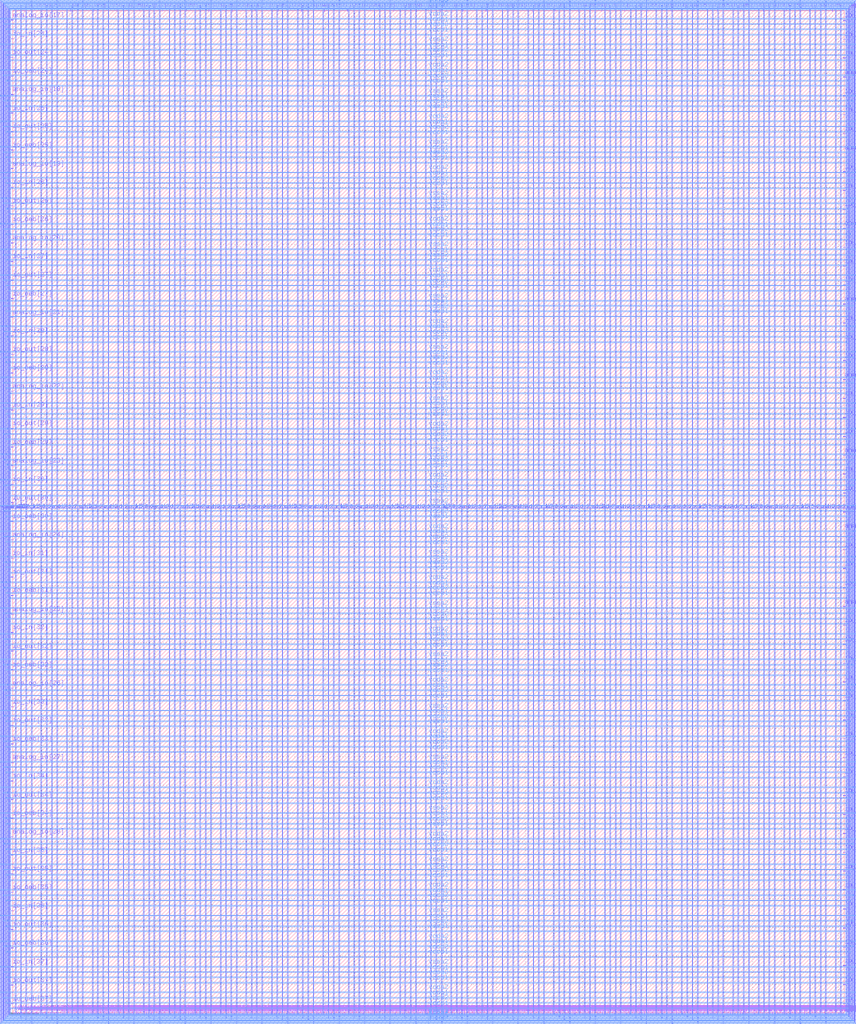
<source format=lef>
VERSION 5.7 ;
  NOWIREEXTENSIONATPIN ON ;
  DIVIDERCHAR "/" ;
  BUSBITCHARS "[]" ;
MACRO user_project_wrapper
  CLASS BLOCK ;
  FOREIGN user_project_wrapper ;
  ORIGIN 0.000 0.000 ;
  SIZE 2920.000 BY 3520.000 ;
  PIN analog_io[0]
    DIRECTION INOUT ;
    USE SIGNAL ;
    PORT
      LAYER met3 ;
        RECT 2917.600 1426.380 2924.800 1427.580 ;
    END
  END analog_io[0]
  PIN analog_io[10]
    DIRECTION INOUT ;
    USE SIGNAL ;
    PORT
      LAYER met2 ;
        RECT 2230.490 3517.600 2231.050 3524.800 ;
    END
  END analog_io[10]
  PIN analog_io[11]
    DIRECTION INOUT ;
    USE SIGNAL ;
    PORT
      LAYER met2 ;
        RECT 1905.730 3517.600 1906.290 3524.800 ;
    END
  END analog_io[11]
  PIN analog_io[12]
    DIRECTION INOUT ;
    USE SIGNAL ;
    PORT
      LAYER met2 ;
        RECT 1581.430 3517.600 1581.990 3524.800 ;
    END
  END analog_io[12]
  PIN analog_io[13]
    DIRECTION INOUT ;
    USE SIGNAL ;
    PORT
      LAYER met2 ;
        RECT 1257.130 3517.600 1257.690 3524.800 ;
    END
  END analog_io[13]
  PIN analog_io[14]
    DIRECTION INOUT ;
    USE SIGNAL ;
    PORT
      LAYER met2 ;
        RECT 932.370 3517.600 932.930 3524.800 ;
    END
  END analog_io[14]
  PIN analog_io[15]
    DIRECTION INOUT ;
    USE SIGNAL ;
    PORT
      LAYER met2 ;
        RECT 608.070 3517.600 608.630 3524.800 ;
    END
  END analog_io[15]
  PIN analog_io[16]
    DIRECTION INOUT ;
    USE SIGNAL ;
    PORT
      LAYER met2 ;
        RECT 283.770 3517.600 284.330 3524.800 ;
    END
  END analog_io[16]
  PIN analog_io[17]
    DIRECTION INOUT ;
    USE SIGNAL ;
    PORT
      LAYER met3 ;
        RECT -4.800 3486.100 2.400 3487.300 ;
    END
  END analog_io[17]
  PIN analog_io[18]
    DIRECTION INOUT ;
    USE SIGNAL ;
    PORT
      LAYER met3 ;
        RECT -4.800 3224.980 2.400 3226.180 ;
    END
  END analog_io[18]
  PIN analog_io[19]
    DIRECTION INOUT ;
    USE SIGNAL ;
    PORT
      LAYER met3 ;
        RECT -4.800 2964.540 2.400 2965.740 ;
    END
  END analog_io[19]
  PIN analog_io[1]
    DIRECTION INOUT ;
    USE SIGNAL ;
    PORT
      LAYER met3 ;
        RECT 2917.600 1692.260 2924.800 1693.460 ;
    END
  END analog_io[1]
  PIN analog_io[20]
    DIRECTION INOUT ;
    USE SIGNAL ;
    PORT
      LAYER met3 ;
        RECT -4.800 2703.420 2.400 2704.620 ;
    END
  END analog_io[20]
  PIN analog_io[21]
    DIRECTION INOUT ;
    USE SIGNAL ;
    PORT
      LAYER met3 ;
        RECT -4.800 2442.980 2.400 2444.180 ;
    END
  END analog_io[21]
  PIN analog_io[22]
    DIRECTION INOUT ;
    USE SIGNAL ;
    PORT
      LAYER met3 ;
        RECT -4.800 2182.540 2.400 2183.740 ;
    END
  END analog_io[22]
  PIN analog_io[23]
    DIRECTION INOUT ;
    USE SIGNAL ;
    PORT
      LAYER met3 ;
        RECT -4.800 1921.420 2.400 1922.620 ;
    END
  END analog_io[23]
  PIN analog_io[24]
    DIRECTION INOUT ;
    USE SIGNAL ;
    PORT
      LAYER met3 ;
        RECT -4.800 1660.980 2.400 1662.180 ;
    END
  END analog_io[24]
  PIN analog_io[25]
    DIRECTION INOUT ;
    USE SIGNAL ;
    PORT
      LAYER met3 ;
        RECT -4.800 1399.860 2.400 1401.060 ;
    END
  END analog_io[25]
  PIN analog_io[26]
    DIRECTION INOUT ;
    USE SIGNAL ;
    PORT
      LAYER met3 ;
        RECT -4.800 1139.420 2.400 1140.620 ;
    END
  END analog_io[26]
  PIN analog_io[27]
    DIRECTION INOUT ;
    USE SIGNAL ;
    PORT
      LAYER met3 ;
        RECT -4.800 878.980 2.400 880.180 ;
    END
  END analog_io[27]
  PIN analog_io[28]
    DIRECTION INOUT ;
    USE SIGNAL ;
    PORT
      LAYER met3 ;
        RECT -4.800 617.860 2.400 619.060 ;
    END
  END analog_io[28]
  PIN analog_io[2]
    DIRECTION INOUT ;
    USE SIGNAL ;
    PORT
      LAYER met3 ;
        RECT 2917.600 1958.140 2924.800 1959.340 ;
    END
  END analog_io[2]
  PIN analog_io[3]
    DIRECTION INOUT ;
    USE SIGNAL ;
    PORT
      LAYER met3 ;
        RECT 2917.600 2223.340 2924.800 2224.540 ;
    END
  END analog_io[3]
  PIN analog_io[4]
    DIRECTION INOUT ;
    USE SIGNAL ;
    PORT
      LAYER met3 ;
        RECT 2917.600 2489.220 2924.800 2490.420 ;
    END
  END analog_io[4]
  PIN analog_io[5]
    DIRECTION INOUT ;
    USE SIGNAL ;
    PORT
      LAYER met3 ;
        RECT 2917.600 2755.100 2924.800 2756.300 ;
    END
  END analog_io[5]
  PIN analog_io[6]
    DIRECTION INOUT ;
    USE SIGNAL ;
    PORT
      LAYER met3 ;
        RECT 2917.600 3020.300 2924.800 3021.500 ;
    END
  END analog_io[6]
  PIN analog_io[7]
    DIRECTION INOUT ;
    USE SIGNAL ;
    PORT
      LAYER met3 ;
        RECT 2917.600 3286.180 2924.800 3287.380 ;
    END
  END analog_io[7]
  PIN analog_io[8]
    DIRECTION INOUT ;
    USE SIGNAL ;
    PORT
      LAYER met2 ;
        RECT 2879.090 3517.600 2879.650 3524.800 ;
    END
  END analog_io[8]
  PIN analog_io[9]
    DIRECTION INOUT ;
    USE SIGNAL ;
    PORT
      LAYER met2 ;
        RECT 2554.790 3517.600 2555.350 3524.800 ;
    END
  END analog_io[9]
  PIN io_in[0]
    DIRECTION INPUT ;
    USE SIGNAL ;
    PORT
      LAYER met3 ;
        RECT 2917.600 32.380 2924.800 33.580 ;
    END
  END io_in[0]
  PIN io_in[10]
    DIRECTION INPUT ;
    USE SIGNAL ;
    PORT
      LAYER met3 ;
        RECT 2917.600 2289.980 2924.800 2291.180 ;
    END
  END io_in[10]
  PIN io_in[11]
    DIRECTION INPUT ;
    USE SIGNAL ;
    PORT
      LAYER met3 ;
        RECT 2917.600 2555.860 2924.800 2557.060 ;
    END
  END io_in[11]
  PIN io_in[12]
    DIRECTION INPUT ;
    USE SIGNAL ;
    PORT
      LAYER met3 ;
        RECT 2917.600 2821.060 2924.800 2822.260 ;
    END
  END io_in[12]
  PIN io_in[13]
    DIRECTION INPUT ;
    USE SIGNAL ;
    PORT
      LAYER met3 ;
        RECT 2917.600 3086.940 2924.800 3088.140 ;
    END
  END io_in[13]
  PIN io_in[14]
    DIRECTION INPUT ;
    USE SIGNAL ;
    PORT
      LAYER met3 ;
        RECT 2917.600 3352.820 2924.800 3354.020 ;
    END
  END io_in[14]
  PIN io_in[15]
    DIRECTION INPUT ;
    USE SIGNAL ;
    PORT
      LAYER met2 ;
        RECT 2798.130 3517.600 2798.690 3524.800 ;
    END
  END io_in[15]
  PIN io_in[16]
    DIRECTION INPUT ;
    USE SIGNAL ;
    PORT
      LAYER met2 ;
        RECT 2473.830 3517.600 2474.390 3524.800 ;
    END
  END io_in[16]
  PIN io_in[17]
    DIRECTION INPUT ;
    USE SIGNAL ;
    PORT
      LAYER met2 ;
        RECT 2149.070 3517.600 2149.630 3524.800 ;
    END
  END io_in[17]
  PIN io_in[18]
    DIRECTION INPUT ;
    USE SIGNAL ;
    PORT
      LAYER met2 ;
        RECT 1824.770 3517.600 1825.330 3524.800 ;
    END
  END io_in[18]
  PIN io_in[19]
    DIRECTION INPUT ;
    USE SIGNAL ;
    PORT
      LAYER met2 ;
        RECT 1500.470 3517.600 1501.030 3524.800 ;
    END
  END io_in[19]
  PIN io_in[1]
    DIRECTION INPUT ;
    USE SIGNAL ;
    PORT
      LAYER met3 ;
        RECT 2917.600 230.940 2924.800 232.140 ;
    END
  END io_in[1]
  PIN io_in[20]
    DIRECTION INPUT ;
    USE SIGNAL ;
    PORT
      LAYER met2 ;
        RECT 1175.710 3517.600 1176.270 3524.800 ;
    END
  END io_in[20]
  PIN io_in[21]
    DIRECTION INPUT ;
    USE SIGNAL ;
    PORT
      LAYER met2 ;
        RECT 851.410 3517.600 851.970 3524.800 ;
    END
  END io_in[21]
  PIN io_in[22]
    DIRECTION INPUT ;
    USE SIGNAL ;
    PORT
      LAYER met2 ;
        RECT 527.110 3517.600 527.670 3524.800 ;
    END
  END io_in[22]
  PIN io_in[23]
    DIRECTION INPUT ;
    USE SIGNAL ;
    PORT
      LAYER met2 ;
        RECT 202.350 3517.600 202.910 3524.800 ;
    END
  END io_in[23]
  PIN io_in[24]
    DIRECTION INPUT ;
    USE SIGNAL ;
    PORT
      LAYER met3 ;
        RECT -4.800 3420.820 2.400 3422.020 ;
    END
  END io_in[24]
  PIN io_in[25]
    DIRECTION INPUT ;
    USE SIGNAL ;
    PORT
      LAYER met3 ;
        RECT -4.800 3159.700 2.400 3160.900 ;
    END
  END io_in[25]
  PIN io_in[26]
    DIRECTION INPUT ;
    USE SIGNAL ;
    PORT
      LAYER met3 ;
        RECT -4.800 2899.260 2.400 2900.460 ;
    END
  END io_in[26]
  PIN io_in[27]
    DIRECTION INPUT ;
    USE SIGNAL ;
    PORT
      LAYER met3 ;
        RECT -4.800 2638.820 2.400 2640.020 ;
    END
  END io_in[27]
  PIN io_in[28]
    DIRECTION INPUT ;
    USE SIGNAL ;
    PORT
      LAYER met3 ;
        RECT -4.800 2377.700 2.400 2378.900 ;
    END
  END io_in[28]
  PIN io_in[29]
    DIRECTION INPUT ;
    USE SIGNAL ;
    PORT
      LAYER met3 ;
        RECT -4.800 2117.260 2.400 2118.460 ;
    END
  END io_in[29]
  PIN io_in[2]
    DIRECTION INPUT ;
    USE SIGNAL ;
    PORT
      LAYER met3 ;
        RECT 2917.600 430.180 2924.800 431.380 ;
    END
  END io_in[2]
  PIN io_in[30]
    DIRECTION INPUT ;
    USE SIGNAL ;
    PORT
      LAYER met3 ;
        RECT -4.800 1856.140 2.400 1857.340 ;
    END
  END io_in[30]
  PIN io_in[31]
    DIRECTION INPUT ;
    USE SIGNAL ;
    PORT
      LAYER met3 ;
        RECT -4.800 1595.700 2.400 1596.900 ;
    END
  END io_in[31]
  PIN io_in[32]
    DIRECTION INPUT ;
    USE SIGNAL ;
    PORT
      LAYER met3 ;
        RECT -4.800 1335.260 2.400 1336.460 ;
    END
  END io_in[32]
  PIN io_in[33]
    DIRECTION INPUT ;
    USE SIGNAL ;
    PORT
      LAYER met3 ;
        RECT -4.800 1074.140 2.400 1075.340 ;
    END
  END io_in[33]
  PIN io_in[34]
    DIRECTION INPUT ;
    USE SIGNAL ;
    PORT
      LAYER met3 ;
        RECT -4.800 813.700 2.400 814.900 ;
    END
  END io_in[34]
  PIN io_in[35]
    DIRECTION INPUT ;
    USE SIGNAL ;
    PORT
      LAYER met3 ;
        RECT -4.800 552.580 2.400 553.780 ;
    END
  END io_in[35]
  PIN io_in[36]
    DIRECTION INPUT ;
    USE SIGNAL ;
    PORT
      LAYER met3 ;
        RECT -4.800 357.420 2.400 358.620 ;
    END
  END io_in[36]
  PIN io_in[37]
    DIRECTION INPUT ;
    USE SIGNAL ;
    PORT
      LAYER met3 ;
        RECT -4.800 161.580 2.400 162.780 ;
    END
  END io_in[37]
  PIN io_in[3]
    DIRECTION INPUT ;
    USE SIGNAL ;
    PORT
      LAYER met3 ;
        RECT 2917.600 629.420 2924.800 630.620 ;
    END
  END io_in[3]
  PIN io_in[4]
    DIRECTION INPUT ;
    USE SIGNAL ;
    PORT
      LAYER met3 ;
        RECT 2917.600 828.660 2924.800 829.860 ;
    END
  END io_in[4]
  PIN io_in[5]
    DIRECTION INPUT ;
    USE SIGNAL ;
    PORT
      LAYER met3 ;
        RECT 2917.600 1027.900 2924.800 1029.100 ;
    END
  END io_in[5]
  PIN io_in[6]
    DIRECTION INPUT ;
    USE SIGNAL ;
    PORT
      LAYER met3 ;
        RECT 2917.600 1227.140 2924.800 1228.340 ;
    END
  END io_in[6]
  PIN io_in[7]
    DIRECTION INPUT ;
    USE SIGNAL ;
    PORT
      LAYER met3 ;
        RECT 2917.600 1493.020 2924.800 1494.220 ;
    END
  END io_in[7]
  PIN io_in[8]
    DIRECTION INPUT ;
    USE SIGNAL ;
    PORT
      LAYER met3 ;
        RECT 2917.600 1758.900 2924.800 1760.100 ;
    END
  END io_in[8]
  PIN io_in[9]
    DIRECTION INPUT ;
    USE SIGNAL ;
    PORT
      LAYER met3 ;
        RECT 2917.600 2024.100 2924.800 2025.300 ;
    END
  END io_in[9]
  PIN io_oeb[0]
    DIRECTION OUTPUT TRISTATE ;
    USE SIGNAL ;
    PORT
      LAYER met3 ;
        RECT 2917.600 164.980 2924.800 166.180 ;
    END
  END io_oeb[0]
  PIN io_oeb[10]
    DIRECTION OUTPUT TRISTATE ;
    USE SIGNAL ;
    PORT
      LAYER met3 ;
        RECT 2917.600 2422.580 2924.800 2423.780 ;
    END
  END io_oeb[10]
  PIN io_oeb[11]
    DIRECTION OUTPUT TRISTATE ;
    USE SIGNAL ;
    PORT
      LAYER met3 ;
        RECT 2917.600 2688.460 2924.800 2689.660 ;
    END
  END io_oeb[11]
  PIN io_oeb[12]
    DIRECTION OUTPUT TRISTATE ;
    USE SIGNAL ;
    PORT
      LAYER met3 ;
        RECT 2917.600 2954.340 2924.800 2955.540 ;
    END
  END io_oeb[12]
  PIN io_oeb[13]
    DIRECTION OUTPUT TRISTATE ;
    USE SIGNAL ;
    PORT
      LAYER met3 ;
        RECT 2917.600 3219.540 2924.800 3220.740 ;
    END
  END io_oeb[13]
  PIN io_oeb[14]
    DIRECTION OUTPUT TRISTATE ;
    USE SIGNAL ;
    PORT
      LAYER met3 ;
        RECT 2917.600 3485.420 2924.800 3486.620 ;
    END
  END io_oeb[14]
  PIN io_oeb[15]
    DIRECTION OUTPUT TRISTATE ;
    USE SIGNAL ;
    PORT
      LAYER met2 ;
        RECT 2635.750 3517.600 2636.310 3524.800 ;
    END
  END io_oeb[15]
  PIN io_oeb[16]
    DIRECTION OUTPUT TRISTATE ;
    USE SIGNAL ;
    PORT
      LAYER met2 ;
        RECT 2311.450 3517.600 2312.010 3524.800 ;
    END
  END io_oeb[16]
  PIN io_oeb[17]
    DIRECTION OUTPUT TRISTATE ;
    USE SIGNAL ;
    PORT
      LAYER met2 ;
        RECT 1987.150 3517.600 1987.710 3524.800 ;
    END
  END io_oeb[17]
  PIN io_oeb[18]
    DIRECTION OUTPUT TRISTATE ;
    USE SIGNAL ;
    PORT
      LAYER met2 ;
        RECT 1662.390 3517.600 1662.950 3524.800 ;
    END
  END io_oeb[18]
  PIN io_oeb[19]
    DIRECTION OUTPUT TRISTATE ;
    USE SIGNAL ;
    PORT
      LAYER met2 ;
        RECT 1338.090 3517.600 1338.650 3524.800 ;
    END
  END io_oeb[19]
  PIN io_oeb[1]
    DIRECTION OUTPUT TRISTATE ;
    USE SIGNAL ;
    PORT
      LAYER met3 ;
        RECT 2917.600 364.220 2924.800 365.420 ;
    END
  END io_oeb[1]
  PIN io_oeb[20]
    DIRECTION OUTPUT TRISTATE ;
    USE SIGNAL ;
    PORT
      LAYER met2 ;
        RECT 1013.790 3517.600 1014.350 3524.800 ;
    END
  END io_oeb[20]
  PIN io_oeb[21]
    DIRECTION OUTPUT TRISTATE ;
    USE SIGNAL ;
    PORT
      LAYER met2 ;
        RECT 689.030 3517.600 689.590 3524.800 ;
    END
  END io_oeb[21]
  PIN io_oeb[22]
    DIRECTION OUTPUT TRISTATE ;
    USE SIGNAL ;
    PORT
      LAYER met2 ;
        RECT 364.730 3517.600 365.290 3524.800 ;
    END
  END io_oeb[22]
  PIN io_oeb[23]
    DIRECTION OUTPUT TRISTATE ;
    USE SIGNAL ;
    PORT
      LAYER met2 ;
        RECT 40.430 3517.600 40.990 3524.800 ;
    END
  END io_oeb[23]
  PIN io_oeb[24]
    DIRECTION OUTPUT TRISTATE ;
    USE SIGNAL ;
    PORT
      LAYER met3 ;
        RECT -4.800 3290.260 2.400 3291.460 ;
    END
  END io_oeb[24]
  PIN io_oeb[25]
    DIRECTION OUTPUT TRISTATE ;
    USE SIGNAL ;
    PORT
      LAYER met3 ;
        RECT -4.800 3029.820 2.400 3031.020 ;
    END
  END io_oeb[25]
  PIN io_oeb[26]
    DIRECTION OUTPUT TRISTATE ;
    USE SIGNAL ;
    PORT
      LAYER met3 ;
        RECT -4.800 2768.700 2.400 2769.900 ;
    END
  END io_oeb[26]
  PIN io_oeb[27]
    DIRECTION OUTPUT TRISTATE ;
    USE SIGNAL ;
    PORT
      LAYER met3 ;
        RECT -4.800 2508.260 2.400 2509.460 ;
    END
  END io_oeb[27]
  PIN io_oeb[28]
    DIRECTION OUTPUT TRISTATE ;
    USE SIGNAL ;
    PORT
      LAYER met3 ;
        RECT -4.800 2247.140 2.400 2248.340 ;
    END
  END io_oeb[28]
  PIN io_oeb[29]
    DIRECTION OUTPUT TRISTATE ;
    USE SIGNAL ;
    PORT
      LAYER met3 ;
        RECT -4.800 1986.700 2.400 1987.900 ;
    END
  END io_oeb[29]
  PIN io_oeb[2]
    DIRECTION OUTPUT TRISTATE ;
    USE SIGNAL ;
    PORT
      LAYER met3 ;
        RECT 2917.600 563.460 2924.800 564.660 ;
    END
  END io_oeb[2]
  PIN io_oeb[30]
    DIRECTION OUTPUT TRISTATE ;
    USE SIGNAL ;
    PORT
      LAYER met3 ;
        RECT -4.800 1726.260 2.400 1727.460 ;
    END
  END io_oeb[30]
  PIN io_oeb[31]
    DIRECTION OUTPUT TRISTATE ;
    USE SIGNAL ;
    PORT
      LAYER met3 ;
        RECT -4.800 1465.140 2.400 1466.340 ;
    END
  END io_oeb[31]
  PIN io_oeb[32]
    DIRECTION OUTPUT TRISTATE ;
    USE SIGNAL ;
    PORT
      LAYER met3 ;
        RECT -4.800 1204.700 2.400 1205.900 ;
    END
  END io_oeb[32]
  PIN io_oeb[33]
    DIRECTION OUTPUT TRISTATE ;
    USE SIGNAL ;
    PORT
      LAYER met3 ;
        RECT -4.800 943.580 2.400 944.780 ;
    END
  END io_oeb[33]
  PIN io_oeb[34]
    DIRECTION OUTPUT TRISTATE ;
    USE SIGNAL ;
    PORT
      LAYER met3 ;
        RECT -4.800 683.140 2.400 684.340 ;
    END
  END io_oeb[34]
  PIN io_oeb[35]
    DIRECTION OUTPUT TRISTATE ;
    USE SIGNAL ;
    PORT
      LAYER met3 ;
        RECT -4.800 422.700 2.400 423.900 ;
    END
  END io_oeb[35]
  PIN io_oeb[36]
    DIRECTION OUTPUT TRISTATE ;
    USE SIGNAL ;
    PORT
      LAYER met3 ;
        RECT -4.800 226.860 2.400 228.060 ;
    END
  END io_oeb[36]
  PIN io_oeb[37]
    DIRECTION OUTPUT TRISTATE ;
    USE SIGNAL ;
    PORT
      LAYER met3 ;
        RECT -4.800 31.700 2.400 32.900 ;
    END
  END io_oeb[37]
  PIN io_oeb[3]
    DIRECTION OUTPUT TRISTATE ;
    USE SIGNAL ;
    PORT
      LAYER met3 ;
        RECT 2917.600 762.700 2924.800 763.900 ;
    END
  END io_oeb[3]
  PIN io_oeb[4]
    DIRECTION OUTPUT TRISTATE ;
    USE SIGNAL ;
    PORT
      LAYER met3 ;
        RECT 2917.600 961.940 2924.800 963.140 ;
    END
  END io_oeb[4]
  PIN io_oeb[5]
    DIRECTION OUTPUT TRISTATE ;
    USE SIGNAL ;
    PORT
      LAYER met3 ;
        RECT 2917.600 1161.180 2924.800 1162.380 ;
    END
  END io_oeb[5]
  PIN io_oeb[6]
    DIRECTION OUTPUT TRISTATE ;
    USE SIGNAL ;
    PORT
      LAYER met3 ;
        RECT 2917.600 1360.420 2924.800 1361.620 ;
    END
  END io_oeb[6]
  PIN io_oeb[7]
    DIRECTION OUTPUT TRISTATE ;
    USE SIGNAL ;
    PORT
      LAYER met3 ;
        RECT 2917.600 1625.620 2924.800 1626.820 ;
    END
  END io_oeb[7]
  PIN io_oeb[8]
    DIRECTION OUTPUT TRISTATE ;
    USE SIGNAL ;
    PORT
      LAYER met3 ;
        RECT 2917.600 1891.500 2924.800 1892.700 ;
    END
  END io_oeb[8]
  PIN io_oeb[9]
    DIRECTION OUTPUT TRISTATE ;
    USE SIGNAL ;
    PORT
      LAYER met3 ;
        RECT 2917.600 2157.380 2924.800 2158.580 ;
    END
  END io_oeb[9]
  PIN io_out[0]
    DIRECTION OUTPUT TRISTATE ;
    USE SIGNAL ;
    PORT
      LAYER met3 ;
        RECT 2917.600 98.340 2924.800 99.540 ;
    END
  END io_out[0]
  PIN io_out[10]
    DIRECTION OUTPUT TRISTATE ;
    USE SIGNAL ;
    PORT
      LAYER met3 ;
        RECT 2917.600 2356.620 2924.800 2357.820 ;
    END
  END io_out[10]
  PIN io_out[11]
    DIRECTION OUTPUT TRISTATE ;
    USE SIGNAL ;
    PORT
      LAYER met3 ;
        RECT 2917.600 2621.820 2924.800 2623.020 ;
    END
  END io_out[11]
  PIN io_out[12]
    DIRECTION OUTPUT TRISTATE ;
    USE SIGNAL ;
    PORT
      LAYER met3 ;
        RECT 2917.600 2887.700 2924.800 2888.900 ;
    END
  END io_out[12]
  PIN io_out[13]
    DIRECTION OUTPUT TRISTATE ;
    USE SIGNAL ;
    PORT
      LAYER met3 ;
        RECT 2917.600 3153.580 2924.800 3154.780 ;
    END
  END io_out[13]
  PIN io_out[14]
    DIRECTION OUTPUT TRISTATE ;
    USE SIGNAL ;
    PORT
      LAYER met3 ;
        RECT 2917.600 3418.780 2924.800 3419.980 ;
    END
  END io_out[14]
  PIN io_out[15]
    DIRECTION OUTPUT TRISTATE ;
    USE SIGNAL ;
    PORT
      LAYER met2 ;
        RECT 2717.170 3517.600 2717.730 3524.800 ;
    END
  END io_out[15]
  PIN io_out[16]
    DIRECTION OUTPUT TRISTATE ;
    USE SIGNAL ;
    PORT
      LAYER met2 ;
        RECT 2392.410 3517.600 2392.970 3524.800 ;
    END
  END io_out[16]
  PIN io_out[17]
    DIRECTION OUTPUT TRISTATE ;
    USE SIGNAL ;
    PORT
      LAYER met2 ;
        RECT 2068.110 3517.600 2068.670 3524.800 ;
    END
  END io_out[17]
  PIN io_out[18]
    DIRECTION OUTPUT TRISTATE ;
    USE SIGNAL ;
    PORT
      LAYER met2 ;
        RECT 1743.810 3517.600 1744.370 3524.800 ;
    END
  END io_out[18]
  PIN io_out[19]
    DIRECTION OUTPUT TRISTATE ;
    USE SIGNAL ;
    PORT
      LAYER met2 ;
        RECT 1419.050 3517.600 1419.610 3524.800 ;
    END
  END io_out[19]
  PIN io_out[1]
    DIRECTION OUTPUT TRISTATE ;
    USE SIGNAL ;
    PORT
      LAYER met3 ;
        RECT 2917.600 297.580 2924.800 298.780 ;
    END
  END io_out[1]
  PIN io_out[20]
    DIRECTION OUTPUT TRISTATE ;
    USE SIGNAL ;
    PORT
      LAYER met2 ;
        RECT 1094.750 3517.600 1095.310 3524.800 ;
    END
  END io_out[20]
  PIN io_out[21]
    DIRECTION OUTPUT TRISTATE ;
    USE SIGNAL ;
    PORT
      LAYER met2 ;
        RECT 770.450 3517.600 771.010 3524.800 ;
    END
  END io_out[21]
  PIN io_out[22]
    DIRECTION OUTPUT TRISTATE ;
    USE SIGNAL ;
    PORT
      LAYER met2 ;
        RECT 445.690 3517.600 446.250 3524.800 ;
    END
  END io_out[22]
  PIN io_out[23]
    DIRECTION OUTPUT TRISTATE ;
    USE SIGNAL ;
    PORT
      LAYER met2 ;
        RECT 121.390 3517.600 121.950 3524.800 ;
    END
  END io_out[23]
  PIN io_out[24]
    DIRECTION OUTPUT TRISTATE ;
    USE SIGNAL ;
    PORT
      LAYER met3 ;
        RECT -4.800 3355.540 2.400 3356.740 ;
    END
  END io_out[24]
  PIN io_out[25]
    DIRECTION OUTPUT TRISTATE ;
    USE SIGNAL ;
    PORT
      LAYER met3 ;
        RECT -4.800 3095.100 2.400 3096.300 ;
    END
  END io_out[25]
  PIN io_out[26]
    DIRECTION OUTPUT TRISTATE ;
    USE SIGNAL ;
    PORT
      LAYER met3 ;
        RECT -4.800 2833.980 2.400 2835.180 ;
    END
  END io_out[26]
  PIN io_out[27]
    DIRECTION OUTPUT TRISTATE ;
    USE SIGNAL ;
    PORT
      LAYER met3 ;
        RECT -4.800 2573.540 2.400 2574.740 ;
    END
  END io_out[27]
  PIN io_out[28]
    DIRECTION OUTPUT TRISTATE ;
    USE SIGNAL ;
    PORT
      LAYER met3 ;
        RECT -4.800 2312.420 2.400 2313.620 ;
    END
  END io_out[28]
  PIN io_out[29]
    DIRECTION OUTPUT TRISTATE ;
    USE SIGNAL ;
    PORT
      LAYER met3 ;
        RECT -4.800 2051.980 2.400 2053.180 ;
    END
  END io_out[29]
  PIN io_out[2]
    DIRECTION OUTPUT TRISTATE ;
    USE SIGNAL ;
    PORT
      LAYER met3 ;
        RECT 2917.600 496.820 2924.800 498.020 ;
    END
  END io_out[2]
  PIN io_out[30]
    DIRECTION OUTPUT TRISTATE ;
    USE SIGNAL ;
    PORT
      LAYER met3 ;
        RECT -4.800 1791.540 2.400 1792.740 ;
    END
  END io_out[30]
  PIN io_out[31]
    DIRECTION OUTPUT TRISTATE ;
    USE SIGNAL ;
    PORT
      LAYER met3 ;
        RECT -4.800 1530.420 2.400 1531.620 ;
    END
  END io_out[31]
  PIN io_out[32]
    DIRECTION OUTPUT TRISTATE ;
    USE SIGNAL ;
    PORT
      LAYER met3 ;
        RECT -4.800 1269.980 2.400 1271.180 ;
    END
  END io_out[32]
  PIN io_out[33]
    DIRECTION OUTPUT TRISTATE ;
    USE SIGNAL ;
    PORT
      LAYER met3 ;
        RECT -4.800 1008.860 2.400 1010.060 ;
    END
  END io_out[33]
  PIN io_out[34]
    DIRECTION OUTPUT TRISTATE ;
    USE SIGNAL ;
    PORT
      LAYER met3 ;
        RECT -4.800 748.420 2.400 749.620 ;
    END
  END io_out[34]
  PIN io_out[35]
    DIRECTION OUTPUT TRISTATE ;
    USE SIGNAL ;
    PORT
      LAYER met3 ;
        RECT -4.800 487.300 2.400 488.500 ;
    END
  END io_out[35]
  PIN io_out[36]
    DIRECTION OUTPUT TRISTATE ;
    USE SIGNAL ;
    PORT
      LAYER met3 ;
        RECT -4.800 292.140 2.400 293.340 ;
    END
  END io_out[36]
  PIN io_out[37]
    DIRECTION OUTPUT TRISTATE ;
    USE SIGNAL ;
    PORT
      LAYER met3 ;
        RECT -4.800 96.300 2.400 97.500 ;
    END
  END io_out[37]
  PIN io_out[3]
    DIRECTION OUTPUT TRISTATE ;
    USE SIGNAL ;
    PORT
      LAYER met3 ;
        RECT 2917.600 696.060 2924.800 697.260 ;
    END
  END io_out[3]
  PIN io_out[4]
    DIRECTION OUTPUT TRISTATE ;
    USE SIGNAL ;
    PORT
      LAYER met3 ;
        RECT 2917.600 895.300 2924.800 896.500 ;
    END
  END io_out[4]
  PIN io_out[5]
    DIRECTION OUTPUT TRISTATE ;
    USE SIGNAL ;
    PORT
      LAYER met3 ;
        RECT 2917.600 1094.540 2924.800 1095.740 ;
    END
  END io_out[5]
  PIN io_out[6]
    DIRECTION OUTPUT TRISTATE ;
    USE SIGNAL ;
    PORT
      LAYER met3 ;
        RECT 2917.600 1293.780 2924.800 1294.980 ;
    END
  END io_out[6]
  PIN io_out[7]
    DIRECTION OUTPUT TRISTATE ;
    USE SIGNAL ;
    PORT
      LAYER met3 ;
        RECT 2917.600 1559.660 2924.800 1560.860 ;
    END
  END io_out[7]
  PIN io_out[8]
    DIRECTION OUTPUT TRISTATE ;
    USE SIGNAL ;
    PORT
      LAYER met3 ;
        RECT 2917.600 1824.860 2924.800 1826.060 ;
    END
  END io_out[8]
  PIN io_out[9]
    DIRECTION OUTPUT TRISTATE ;
    USE SIGNAL ;
    PORT
      LAYER met3 ;
        RECT 2917.600 2090.740 2924.800 2091.940 ;
    END
  END io_out[9]
  PIN la_data_in[0]
    DIRECTION INPUT ;
    USE SIGNAL ;
    PORT
      LAYER met2 ;
        RECT 629.230 -4.800 629.790 2.400 ;
    END
  END la_data_in[0]
  PIN la_data_in[100]
    DIRECTION INPUT ;
    USE SIGNAL ;
    PORT
      LAYER met2 ;
        RECT 2402.530 -4.800 2403.090 2.400 ;
    END
  END la_data_in[100]
  PIN la_data_in[101]
    DIRECTION INPUT ;
    USE SIGNAL ;
    PORT
      LAYER met2 ;
        RECT 2420.010 -4.800 2420.570 2.400 ;
    END
  END la_data_in[101]
  PIN la_data_in[102]
    DIRECTION INPUT ;
    USE SIGNAL ;
    PORT
      LAYER met2 ;
        RECT 2437.950 -4.800 2438.510 2.400 ;
    END
  END la_data_in[102]
  PIN la_data_in[103]
    DIRECTION INPUT ;
    USE SIGNAL ;
    PORT
      LAYER met2 ;
        RECT 2455.430 -4.800 2455.990 2.400 ;
    END
  END la_data_in[103]
  PIN la_data_in[104]
    DIRECTION INPUT ;
    USE SIGNAL ;
    PORT
      LAYER met2 ;
        RECT 2473.370 -4.800 2473.930 2.400 ;
    END
  END la_data_in[104]
  PIN la_data_in[105]
    DIRECTION INPUT ;
    USE SIGNAL ;
    PORT
      LAYER met2 ;
        RECT 2490.850 -4.800 2491.410 2.400 ;
    END
  END la_data_in[105]
  PIN la_data_in[106]
    DIRECTION INPUT ;
    USE SIGNAL ;
    PORT
      LAYER met2 ;
        RECT 2508.790 -4.800 2509.350 2.400 ;
    END
  END la_data_in[106]
  PIN la_data_in[107]
    DIRECTION INPUT ;
    USE SIGNAL ;
    PORT
      LAYER met2 ;
        RECT 2526.730 -4.800 2527.290 2.400 ;
    END
  END la_data_in[107]
  PIN la_data_in[108]
    DIRECTION INPUT ;
    USE SIGNAL ;
    PORT
      LAYER met2 ;
        RECT 2544.210 -4.800 2544.770 2.400 ;
    END
  END la_data_in[108]
  PIN la_data_in[109]
    DIRECTION INPUT ;
    USE SIGNAL ;
    PORT
      LAYER met2 ;
        RECT 2562.150 -4.800 2562.710 2.400 ;
    END
  END la_data_in[109]
  PIN la_data_in[10]
    DIRECTION INPUT ;
    USE SIGNAL ;
    PORT
      LAYER met2 ;
        RECT 806.330 -4.800 806.890 2.400 ;
    END
  END la_data_in[10]
  PIN la_data_in[110]
    DIRECTION INPUT ;
    USE SIGNAL ;
    PORT
      LAYER met2 ;
        RECT 2579.630 -4.800 2580.190 2.400 ;
    END
  END la_data_in[110]
  PIN la_data_in[111]
    DIRECTION INPUT ;
    USE SIGNAL ;
    PORT
      LAYER met2 ;
        RECT 2597.570 -4.800 2598.130 2.400 ;
    END
  END la_data_in[111]
  PIN la_data_in[112]
    DIRECTION INPUT ;
    USE SIGNAL ;
    PORT
      LAYER met2 ;
        RECT 2615.050 -4.800 2615.610 2.400 ;
    END
  END la_data_in[112]
  PIN la_data_in[113]
    DIRECTION INPUT ;
    USE SIGNAL ;
    PORT
      LAYER met2 ;
        RECT 2632.990 -4.800 2633.550 2.400 ;
    END
  END la_data_in[113]
  PIN la_data_in[114]
    DIRECTION INPUT ;
    USE SIGNAL ;
    PORT
      LAYER met2 ;
        RECT 2650.470 -4.800 2651.030 2.400 ;
    END
  END la_data_in[114]
  PIN la_data_in[115]
    DIRECTION INPUT ;
    USE SIGNAL ;
    PORT
      LAYER met2 ;
        RECT 2668.410 -4.800 2668.970 2.400 ;
    END
  END la_data_in[115]
  PIN la_data_in[116]
    DIRECTION INPUT ;
    USE SIGNAL ;
    PORT
      LAYER met2 ;
        RECT 2685.890 -4.800 2686.450 2.400 ;
    END
  END la_data_in[116]
  PIN la_data_in[117]
    DIRECTION INPUT ;
    USE SIGNAL ;
    PORT
      LAYER met2 ;
        RECT 2703.830 -4.800 2704.390 2.400 ;
    END
  END la_data_in[117]
  PIN la_data_in[118]
    DIRECTION INPUT ;
    USE SIGNAL ;
    PORT
      LAYER met2 ;
        RECT 2721.770 -4.800 2722.330 2.400 ;
    END
  END la_data_in[118]
  PIN la_data_in[119]
    DIRECTION INPUT ;
    USE SIGNAL ;
    PORT
      LAYER met2 ;
        RECT 2739.250 -4.800 2739.810 2.400 ;
    END
  END la_data_in[119]
  PIN la_data_in[11]
    DIRECTION INPUT ;
    USE SIGNAL ;
    PORT
      LAYER met2 ;
        RECT 824.270 -4.800 824.830 2.400 ;
    END
  END la_data_in[11]
  PIN la_data_in[120]
    DIRECTION INPUT ;
    USE SIGNAL ;
    PORT
      LAYER met2 ;
        RECT 2757.190 -4.800 2757.750 2.400 ;
    END
  END la_data_in[120]
  PIN la_data_in[121]
    DIRECTION INPUT ;
    USE SIGNAL ;
    PORT
      LAYER met2 ;
        RECT 2774.670 -4.800 2775.230 2.400 ;
    END
  END la_data_in[121]
  PIN la_data_in[122]
    DIRECTION INPUT ;
    USE SIGNAL ;
    PORT
      LAYER met2 ;
        RECT 2792.610 -4.800 2793.170 2.400 ;
    END
  END la_data_in[122]
  PIN la_data_in[123]
    DIRECTION INPUT ;
    USE SIGNAL ;
    PORT
      LAYER met2 ;
        RECT 2810.090 -4.800 2810.650 2.400 ;
    END
  END la_data_in[123]
  PIN la_data_in[124]
    DIRECTION INPUT ;
    USE SIGNAL ;
    PORT
      LAYER met2 ;
        RECT 2828.030 -4.800 2828.590 2.400 ;
    END
  END la_data_in[124]
  PIN la_data_in[125]
    DIRECTION INPUT ;
    USE SIGNAL ;
    PORT
      LAYER met2 ;
        RECT 2845.510 -4.800 2846.070 2.400 ;
    END
  END la_data_in[125]
  PIN la_data_in[126]
    DIRECTION INPUT ;
    USE SIGNAL ;
    PORT
      LAYER met2 ;
        RECT 2863.450 -4.800 2864.010 2.400 ;
    END
  END la_data_in[126]
  PIN la_data_in[127]
    DIRECTION INPUT ;
    USE SIGNAL ;
    PORT
      LAYER met2 ;
        RECT 2881.390 -4.800 2881.950 2.400 ;
    END
  END la_data_in[127]
  PIN la_data_in[12]
    DIRECTION INPUT ;
    USE SIGNAL ;
    PORT
      LAYER met2 ;
        RECT 841.750 -4.800 842.310 2.400 ;
    END
  END la_data_in[12]
  PIN la_data_in[13]
    DIRECTION INPUT ;
    USE SIGNAL ;
    PORT
      LAYER met2 ;
        RECT 859.690 -4.800 860.250 2.400 ;
    END
  END la_data_in[13]
  PIN la_data_in[14]
    DIRECTION INPUT ;
    USE SIGNAL ;
    PORT
      LAYER met2 ;
        RECT 877.170 -4.800 877.730 2.400 ;
    END
  END la_data_in[14]
  PIN la_data_in[15]
    DIRECTION INPUT ;
    USE SIGNAL ;
    PORT
      LAYER met2 ;
        RECT 895.110 -4.800 895.670 2.400 ;
    END
  END la_data_in[15]
  PIN la_data_in[16]
    DIRECTION INPUT ;
    USE SIGNAL ;
    PORT
      LAYER met2 ;
        RECT 912.590 -4.800 913.150 2.400 ;
    END
  END la_data_in[16]
  PIN la_data_in[17]
    DIRECTION INPUT ;
    USE SIGNAL ;
    PORT
      LAYER met2 ;
        RECT 930.530 -4.800 931.090 2.400 ;
    END
  END la_data_in[17]
  PIN la_data_in[18]
    DIRECTION INPUT ;
    USE SIGNAL ;
    PORT
      LAYER met2 ;
        RECT 948.470 -4.800 949.030 2.400 ;
    END
  END la_data_in[18]
  PIN la_data_in[19]
    DIRECTION INPUT ;
    USE SIGNAL ;
    PORT
      LAYER met2 ;
        RECT 965.950 -4.800 966.510 2.400 ;
    END
  END la_data_in[19]
  PIN la_data_in[1]
    DIRECTION INPUT ;
    USE SIGNAL ;
    PORT
      LAYER met2 ;
        RECT 646.710 -4.800 647.270 2.400 ;
    END
  END la_data_in[1]
  PIN la_data_in[20]
    DIRECTION INPUT ;
    USE SIGNAL ;
    PORT
      LAYER met2 ;
        RECT 983.890 -4.800 984.450 2.400 ;
    END
  END la_data_in[20]
  PIN la_data_in[21]
    DIRECTION INPUT ;
    USE SIGNAL ;
    PORT
      LAYER met2 ;
        RECT 1001.370 -4.800 1001.930 2.400 ;
    END
  END la_data_in[21]
  PIN la_data_in[22]
    DIRECTION INPUT ;
    USE SIGNAL ;
    PORT
      LAYER met2 ;
        RECT 1019.310 -4.800 1019.870 2.400 ;
    END
  END la_data_in[22]
  PIN la_data_in[23]
    DIRECTION INPUT ;
    USE SIGNAL ;
    PORT
      LAYER met2 ;
        RECT 1036.790 -4.800 1037.350 2.400 ;
    END
  END la_data_in[23]
  PIN la_data_in[24]
    DIRECTION INPUT ;
    USE SIGNAL ;
    PORT
      LAYER met2 ;
        RECT 1054.730 -4.800 1055.290 2.400 ;
    END
  END la_data_in[24]
  PIN la_data_in[25]
    DIRECTION INPUT ;
    USE SIGNAL ;
    PORT
      LAYER met2 ;
        RECT 1072.210 -4.800 1072.770 2.400 ;
    END
  END la_data_in[25]
  PIN la_data_in[26]
    DIRECTION INPUT ;
    USE SIGNAL ;
    PORT
      LAYER met2 ;
        RECT 1090.150 -4.800 1090.710 2.400 ;
    END
  END la_data_in[26]
  PIN la_data_in[27]
    DIRECTION INPUT ;
    USE SIGNAL ;
    PORT
      LAYER met2 ;
        RECT 1107.630 -4.800 1108.190 2.400 ;
    END
  END la_data_in[27]
  PIN la_data_in[28]
    DIRECTION INPUT ;
    USE SIGNAL ;
    PORT
      LAYER met2 ;
        RECT 1125.570 -4.800 1126.130 2.400 ;
    END
  END la_data_in[28]
  PIN la_data_in[29]
    DIRECTION INPUT ;
    USE SIGNAL ;
    PORT
      LAYER met2 ;
        RECT 1143.510 -4.800 1144.070 2.400 ;
    END
  END la_data_in[29]
  PIN la_data_in[2]
    DIRECTION INPUT ;
    USE SIGNAL ;
    PORT
      LAYER met2 ;
        RECT 664.650 -4.800 665.210 2.400 ;
    END
  END la_data_in[2]
  PIN la_data_in[30]
    DIRECTION INPUT ;
    USE SIGNAL ;
    PORT
      LAYER met2 ;
        RECT 1160.990 -4.800 1161.550 2.400 ;
    END
  END la_data_in[30]
  PIN la_data_in[31]
    DIRECTION INPUT ;
    USE SIGNAL ;
    PORT
      LAYER met2 ;
        RECT 1178.930 -4.800 1179.490 2.400 ;
    END
  END la_data_in[31]
  PIN la_data_in[32]
    DIRECTION INPUT ;
    USE SIGNAL ;
    PORT
      LAYER met2 ;
        RECT 1196.410 -4.800 1196.970 2.400 ;
    END
  END la_data_in[32]
  PIN la_data_in[33]
    DIRECTION INPUT ;
    USE SIGNAL ;
    PORT
      LAYER met2 ;
        RECT 1214.350 -4.800 1214.910 2.400 ;
    END
  END la_data_in[33]
  PIN la_data_in[34]
    DIRECTION INPUT ;
    USE SIGNAL ;
    PORT
      LAYER met2 ;
        RECT 1231.830 -4.800 1232.390 2.400 ;
    END
  END la_data_in[34]
  PIN la_data_in[35]
    DIRECTION INPUT ;
    USE SIGNAL ;
    PORT
      LAYER met2 ;
        RECT 1249.770 -4.800 1250.330 2.400 ;
    END
  END la_data_in[35]
  PIN la_data_in[36]
    DIRECTION INPUT ;
    USE SIGNAL ;
    PORT
      LAYER met2 ;
        RECT 1267.250 -4.800 1267.810 2.400 ;
    END
  END la_data_in[36]
  PIN la_data_in[37]
    DIRECTION INPUT ;
    USE SIGNAL ;
    PORT
      LAYER met2 ;
        RECT 1285.190 -4.800 1285.750 2.400 ;
    END
  END la_data_in[37]
  PIN la_data_in[38]
    DIRECTION INPUT ;
    USE SIGNAL ;
    PORT
      LAYER met2 ;
        RECT 1303.130 -4.800 1303.690 2.400 ;
    END
  END la_data_in[38]
  PIN la_data_in[39]
    DIRECTION INPUT ;
    USE SIGNAL ;
    PORT
      LAYER met2 ;
        RECT 1320.610 -4.800 1321.170 2.400 ;
    END
  END la_data_in[39]
  PIN la_data_in[3]
    DIRECTION INPUT ;
    USE SIGNAL ;
    PORT
      LAYER met2 ;
        RECT 682.130 -4.800 682.690 2.400 ;
    END
  END la_data_in[3]
  PIN la_data_in[40]
    DIRECTION INPUT ;
    USE SIGNAL ;
    PORT
      LAYER met2 ;
        RECT 1338.550 -4.800 1339.110 2.400 ;
    END
  END la_data_in[40]
  PIN la_data_in[41]
    DIRECTION INPUT ;
    USE SIGNAL ;
    PORT
      LAYER met2 ;
        RECT 1356.030 -4.800 1356.590 2.400 ;
    END
  END la_data_in[41]
  PIN la_data_in[42]
    DIRECTION INPUT ;
    USE SIGNAL ;
    PORT
      LAYER met2 ;
        RECT 1373.970 -4.800 1374.530 2.400 ;
    END
  END la_data_in[42]
  PIN la_data_in[43]
    DIRECTION INPUT ;
    USE SIGNAL ;
    PORT
      LAYER met2 ;
        RECT 1391.450 -4.800 1392.010 2.400 ;
    END
  END la_data_in[43]
  PIN la_data_in[44]
    DIRECTION INPUT ;
    USE SIGNAL ;
    PORT
      LAYER met2 ;
        RECT 1409.390 -4.800 1409.950 2.400 ;
    END
  END la_data_in[44]
  PIN la_data_in[45]
    DIRECTION INPUT ;
    USE SIGNAL ;
    PORT
      LAYER met2 ;
        RECT 1426.870 -4.800 1427.430 2.400 ;
    END
  END la_data_in[45]
  PIN la_data_in[46]
    DIRECTION INPUT ;
    USE SIGNAL ;
    PORT
      LAYER met2 ;
        RECT 1444.810 -4.800 1445.370 2.400 ;
    END
  END la_data_in[46]
  PIN la_data_in[47]
    DIRECTION INPUT ;
    USE SIGNAL ;
    PORT
      LAYER met2 ;
        RECT 1462.750 -4.800 1463.310 2.400 ;
    END
  END la_data_in[47]
  PIN la_data_in[48]
    DIRECTION INPUT ;
    USE SIGNAL ;
    PORT
      LAYER met2 ;
        RECT 1480.230 -4.800 1480.790 2.400 ;
    END
  END la_data_in[48]
  PIN la_data_in[49]
    DIRECTION INPUT ;
    USE SIGNAL ;
    PORT
      LAYER met2 ;
        RECT 1498.170 -4.800 1498.730 2.400 ;
    END
  END la_data_in[49]
  PIN la_data_in[4]
    DIRECTION INPUT ;
    USE SIGNAL ;
    PORT
      LAYER met2 ;
        RECT 700.070 -4.800 700.630 2.400 ;
    END
  END la_data_in[4]
  PIN la_data_in[50]
    DIRECTION INPUT ;
    USE SIGNAL ;
    PORT
      LAYER met2 ;
        RECT 1515.650 -4.800 1516.210 2.400 ;
    END
  END la_data_in[50]
  PIN la_data_in[51]
    DIRECTION INPUT ;
    USE SIGNAL ;
    PORT
      LAYER met2 ;
        RECT 1533.590 -4.800 1534.150 2.400 ;
    END
  END la_data_in[51]
  PIN la_data_in[52]
    DIRECTION INPUT ;
    USE SIGNAL ;
    PORT
      LAYER met2 ;
        RECT 1551.070 -4.800 1551.630 2.400 ;
    END
  END la_data_in[52]
  PIN la_data_in[53]
    DIRECTION INPUT ;
    USE SIGNAL ;
    PORT
      LAYER met2 ;
        RECT 1569.010 -4.800 1569.570 2.400 ;
    END
  END la_data_in[53]
  PIN la_data_in[54]
    DIRECTION INPUT ;
    USE SIGNAL ;
    PORT
      LAYER met2 ;
        RECT 1586.490 -4.800 1587.050 2.400 ;
    END
  END la_data_in[54]
  PIN la_data_in[55]
    DIRECTION INPUT ;
    USE SIGNAL ;
    PORT
      LAYER met2 ;
        RECT 1604.430 -4.800 1604.990 2.400 ;
    END
  END la_data_in[55]
  PIN la_data_in[56]
    DIRECTION INPUT ;
    USE SIGNAL ;
    PORT
      LAYER met2 ;
        RECT 1621.910 -4.800 1622.470 2.400 ;
    END
  END la_data_in[56]
  PIN la_data_in[57]
    DIRECTION INPUT ;
    USE SIGNAL ;
    PORT
      LAYER met2 ;
        RECT 1639.850 -4.800 1640.410 2.400 ;
    END
  END la_data_in[57]
  PIN la_data_in[58]
    DIRECTION INPUT ;
    USE SIGNAL ;
    PORT
      LAYER met2 ;
        RECT 1657.790 -4.800 1658.350 2.400 ;
    END
  END la_data_in[58]
  PIN la_data_in[59]
    DIRECTION INPUT ;
    USE SIGNAL ;
    PORT
      LAYER met2 ;
        RECT 1675.270 -4.800 1675.830 2.400 ;
    END
  END la_data_in[59]
  PIN la_data_in[5]
    DIRECTION INPUT ;
    USE SIGNAL ;
    PORT
      LAYER met2 ;
        RECT 717.550 -4.800 718.110 2.400 ;
    END
  END la_data_in[5]
  PIN la_data_in[60]
    DIRECTION INPUT ;
    USE SIGNAL ;
    PORT
      LAYER met2 ;
        RECT 1693.210 -4.800 1693.770 2.400 ;
    END
  END la_data_in[60]
  PIN la_data_in[61]
    DIRECTION INPUT ;
    USE SIGNAL ;
    PORT
      LAYER met2 ;
        RECT 1710.690 -4.800 1711.250 2.400 ;
    END
  END la_data_in[61]
  PIN la_data_in[62]
    DIRECTION INPUT ;
    USE SIGNAL ;
    PORT
      LAYER met2 ;
        RECT 1728.630 -4.800 1729.190 2.400 ;
    END
  END la_data_in[62]
  PIN la_data_in[63]
    DIRECTION INPUT ;
    USE SIGNAL ;
    PORT
      LAYER met2 ;
        RECT 1746.110 -4.800 1746.670 2.400 ;
    END
  END la_data_in[63]
  PIN la_data_in[64]
    DIRECTION INPUT ;
    USE SIGNAL ;
    PORT
      LAYER met2 ;
        RECT 1764.050 -4.800 1764.610 2.400 ;
    END
  END la_data_in[64]
  PIN la_data_in[65]
    DIRECTION INPUT ;
    USE SIGNAL ;
    PORT
      LAYER met2 ;
        RECT 1781.530 -4.800 1782.090 2.400 ;
    END
  END la_data_in[65]
  PIN la_data_in[66]
    DIRECTION INPUT ;
    USE SIGNAL ;
    PORT
      LAYER met2 ;
        RECT 1799.470 -4.800 1800.030 2.400 ;
    END
  END la_data_in[66]
  PIN la_data_in[67]
    DIRECTION INPUT ;
    USE SIGNAL ;
    PORT
      LAYER met2 ;
        RECT 1817.410 -4.800 1817.970 2.400 ;
    END
  END la_data_in[67]
  PIN la_data_in[68]
    DIRECTION INPUT ;
    USE SIGNAL ;
    PORT
      LAYER met2 ;
        RECT 1834.890 -4.800 1835.450 2.400 ;
    END
  END la_data_in[68]
  PIN la_data_in[69]
    DIRECTION INPUT ;
    USE SIGNAL ;
    PORT
      LAYER met2 ;
        RECT 1852.830 -4.800 1853.390 2.400 ;
    END
  END la_data_in[69]
  PIN la_data_in[6]
    DIRECTION INPUT ;
    USE SIGNAL ;
    PORT
      LAYER met2 ;
        RECT 735.490 -4.800 736.050 2.400 ;
    END
  END la_data_in[6]
  PIN la_data_in[70]
    DIRECTION INPUT ;
    USE SIGNAL ;
    PORT
      LAYER met2 ;
        RECT 1870.310 -4.800 1870.870 2.400 ;
    END
  END la_data_in[70]
  PIN la_data_in[71]
    DIRECTION INPUT ;
    USE SIGNAL ;
    PORT
      LAYER met2 ;
        RECT 1888.250 -4.800 1888.810 2.400 ;
    END
  END la_data_in[71]
  PIN la_data_in[72]
    DIRECTION INPUT ;
    USE SIGNAL ;
    PORT
      LAYER met2 ;
        RECT 1905.730 -4.800 1906.290 2.400 ;
    END
  END la_data_in[72]
  PIN la_data_in[73]
    DIRECTION INPUT ;
    USE SIGNAL ;
    PORT
      LAYER met2 ;
        RECT 1923.670 -4.800 1924.230 2.400 ;
    END
  END la_data_in[73]
  PIN la_data_in[74]
    DIRECTION INPUT ;
    USE SIGNAL ;
    PORT
      LAYER met2 ;
        RECT 1941.150 -4.800 1941.710 2.400 ;
    END
  END la_data_in[74]
  PIN la_data_in[75]
    DIRECTION INPUT ;
    USE SIGNAL ;
    PORT
      LAYER met2 ;
        RECT 1959.090 -4.800 1959.650 2.400 ;
    END
  END la_data_in[75]
  PIN la_data_in[76]
    DIRECTION INPUT ;
    USE SIGNAL ;
    PORT
      LAYER met2 ;
        RECT 1976.570 -4.800 1977.130 2.400 ;
    END
  END la_data_in[76]
  PIN la_data_in[77]
    DIRECTION INPUT ;
    USE SIGNAL ;
    PORT
      LAYER met2 ;
        RECT 1994.510 -4.800 1995.070 2.400 ;
    END
  END la_data_in[77]
  PIN la_data_in[78]
    DIRECTION INPUT ;
    USE SIGNAL ;
    PORT
      LAYER met2 ;
        RECT 2012.450 -4.800 2013.010 2.400 ;
    END
  END la_data_in[78]
  PIN la_data_in[79]
    DIRECTION INPUT ;
    USE SIGNAL ;
    PORT
      LAYER met2 ;
        RECT 2029.930 -4.800 2030.490 2.400 ;
    END
  END la_data_in[79]
  PIN la_data_in[7]
    DIRECTION INPUT ;
    USE SIGNAL ;
    PORT
      LAYER met2 ;
        RECT 752.970 -4.800 753.530 2.400 ;
    END
  END la_data_in[7]
  PIN la_data_in[80]
    DIRECTION INPUT ;
    USE SIGNAL ;
    PORT
      LAYER met2 ;
        RECT 2047.870 -4.800 2048.430 2.400 ;
    END
  END la_data_in[80]
  PIN la_data_in[81]
    DIRECTION INPUT ;
    USE SIGNAL ;
    PORT
      LAYER met2 ;
        RECT 2065.350 -4.800 2065.910 2.400 ;
    END
  END la_data_in[81]
  PIN la_data_in[82]
    DIRECTION INPUT ;
    USE SIGNAL ;
    PORT
      LAYER met2 ;
        RECT 2083.290 -4.800 2083.850 2.400 ;
    END
  END la_data_in[82]
  PIN la_data_in[83]
    DIRECTION INPUT ;
    USE SIGNAL ;
    PORT
      LAYER met2 ;
        RECT 2100.770 -4.800 2101.330 2.400 ;
    END
  END la_data_in[83]
  PIN la_data_in[84]
    DIRECTION INPUT ;
    USE SIGNAL ;
    PORT
      LAYER met2 ;
        RECT 2118.710 -4.800 2119.270 2.400 ;
    END
  END la_data_in[84]
  PIN la_data_in[85]
    DIRECTION INPUT ;
    USE SIGNAL ;
    PORT
      LAYER met2 ;
        RECT 2136.190 -4.800 2136.750 2.400 ;
    END
  END la_data_in[85]
  PIN la_data_in[86]
    DIRECTION INPUT ;
    USE SIGNAL ;
    PORT
      LAYER met2 ;
        RECT 2154.130 -4.800 2154.690 2.400 ;
    END
  END la_data_in[86]
  PIN la_data_in[87]
    DIRECTION INPUT ;
    USE SIGNAL ;
    PORT
      LAYER met2 ;
        RECT 2172.070 -4.800 2172.630 2.400 ;
    END
  END la_data_in[87]
  PIN la_data_in[88]
    DIRECTION INPUT ;
    USE SIGNAL ;
    PORT
      LAYER met2 ;
        RECT 2189.550 -4.800 2190.110 2.400 ;
    END
  END la_data_in[88]
  PIN la_data_in[89]
    DIRECTION INPUT ;
    USE SIGNAL ;
    PORT
      LAYER met2 ;
        RECT 2207.490 -4.800 2208.050 2.400 ;
    END
  END la_data_in[89]
  PIN la_data_in[8]
    DIRECTION INPUT ;
    USE SIGNAL ;
    PORT
      LAYER met2 ;
        RECT 770.910 -4.800 771.470 2.400 ;
    END
  END la_data_in[8]
  PIN la_data_in[90]
    DIRECTION INPUT ;
    USE SIGNAL ;
    PORT
      LAYER met2 ;
        RECT 2224.970 -4.800 2225.530 2.400 ;
    END
  END la_data_in[90]
  PIN la_data_in[91]
    DIRECTION INPUT ;
    USE SIGNAL ;
    PORT
      LAYER met2 ;
        RECT 2242.910 -4.800 2243.470 2.400 ;
    END
  END la_data_in[91]
  PIN la_data_in[92]
    DIRECTION INPUT ;
    USE SIGNAL ;
    PORT
      LAYER met2 ;
        RECT 2260.390 -4.800 2260.950 2.400 ;
    END
  END la_data_in[92]
  PIN la_data_in[93]
    DIRECTION INPUT ;
    USE SIGNAL ;
    PORT
      LAYER met2 ;
        RECT 2278.330 -4.800 2278.890 2.400 ;
    END
  END la_data_in[93]
  PIN la_data_in[94]
    DIRECTION INPUT ;
    USE SIGNAL ;
    PORT
      LAYER met2 ;
        RECT 2295.810 -4.800 2296.370 2.400 ;
    END
  END la_data_in[94]
  PIN la_data_in[95]
    DIRECTION INPUT ;
    USE SIGNAL ;
    PORT
      LAYER met2 ;
        RECT 2313.750 -4.800 2314.310 2.400 ;
    END
  END la_data_in[95]
  PIN la_data_in[96]
    DIRECTION INPUT ;
    USE SIGNAL ;
    PORT
      LAYER met2 ;
        RECT 2331.230 -4.800 2331.790 2.400 ;
    END
  END la_data_in[96]
  PIN la_data_in[97]
    DIRECTION INPUT ;
    USE SIGNAL ;
    PORT
      LAYER met2 ;
        RECT 2349.170 -4.800 2349.730 2.400 ;
    END
  END la_data_in[97]
  PIN la_data_in[98]
    DIRECTION INPUT ;
    USE SIGNAL ;
    PORT
      LAYER met2 ;
        RECT 2367.110 -4.800 2367.670 2.400 ;
    END
  END la_data_in[98]
  PIN la_data_in[99]
    DIRECTION INPUT ;
    USE SIGNAL ;
    PORT
      LAYER met2 ;
        RECT 2384.590 -4.800 2385.150 2.400 ;
    END
  END la_data_in[99]
  PIN la_data_in[9]
    DIRECTION INPUT ;
    USE SIGNAL ;
    PORT
      LAYER met2 ;
        RECT 788.850 -4.800 789.410 2.400 ;
    END
  END la_data_in[9]
  PIN la_data_out[0]
    DIRECTION OUTPUT TRISTATE ;
    USE SIGNAL ;
    PORT
      LAYER met2 ;
        RECT 634.750 -4.800 635.310 2.400 ;
    END
  END la_data_out[0]
  PIN la_data_out[100]
    DIRECTION OUTPUT TRISTATE ;
    USE SIGNAL ;
    PORT
      LAYER met2 ;
        RECT 2408.510 -4.800 2409.070 2.400 ;
    END
  END la_data_out[100]
  PIN la_data_out[101]
    DIRECTION OUTPUT TRISTATE ;
    USE SIGNAL ;
    PORT
      LAYER met2 ;
        RECT 2425.990 -4.800 2426.550 2.400 ;
    END
  END la_data_out[101]
  PIN la_data_out[102]
    DIRECTION OUTPUT TRISTATE ;
    USE SIGNAL ;
    PORT
      LAYER met2 ;
        RECT 2443.930 -4.800 2444.490 2.400 ;
    END
  END la_data_out[102]
  PIN la_data_out[103]
    DIRECTION OUTPUT TRISTATE ;
    USE SIGNAL ;
    PORT
      LAYER met2 ;
        RECT 2461.410 -4.800 2461.970 2.400 ;
    END
  END la_data_out[103]
  PIN la_data_out[104]
    DIRECTION OUTPUT TRISTATE ;
    USE SIGNAL ;
    PORT
      LAYER met2 ;
        RECT 2479.350 -4.800 2479.910 2.400 ;
    END
  END la_data_out[104]
  PIN la_data_out[105]
    DIRECTION OUTPUT TRISTATE ;
    USE SIGNAL ;
    PORT
      LAYER met2 ;
        RECT 2496.830 -4.800 2497.390 2.400 ;
    END
  END la_data_out[105]
  PIN la_data_out[106]
    DIRECTION OUTPUT TRISTATE ;
    USE SIGNAL ;
    PORT
      LAYER met2 ;
        RECT 2514.770 -4.800 2515.330 2.400 ;
    END
  END la_data_out[106]
  PIN la_data_out[107]
    DIRECTION OUTPUT TRISTATE ;
    USE SIGNAL ;
    PORT
      LAYER met2 ;
        RECT 2532.250 -4.800 2532.810 2.400 ;
    END
  END la_data_out[107]
  PIN la_data_out[108]
    DIRECTION OUTPUT TRISTATE ;
    USE SIGNAL ;
    PORT
      LAYER met2 ;
        RECT 2550.190 -4.800 2550.750 2.400 ;
    END
  END la_data_out[108]
  PIN la_data_out[109]
    DIRECTION OUTPUT TRISTATE ;
    USE SIGNAL ;
    PORT
      LAYER met2 ;
        RECT 2567.670 -4.800 2568.230 2.400 ;
    END
  END la_data_out[109]
  PIN la_data_out[10]
    DIRECTION OUTPUT TRISTATE ;
    USE SIGNAL ;
    PORT
      LAYER met2 ;
        RECT 812.310 -4.800 812.870 2.400 ;
    END
  END la_data_out[10]
  PIN la_data_out[110]
    DIRECTION OUTPUT TRISTATE ;
    USE SIGNAL ;
    PORT
      LAYER met2 ;
        RECT 2585.610 -4.800 2586.170 2.400 ;
    END
  END la_data_out[110]
  PIN la_data_out[111]
    DIRECTION OUTPUT TRISTATE ;
    USE SIGNAL ;
    PORT
      LAYER met2 ;
        RECT 2603.550 -4.800 2604.110 2.400 ;
    END
  END la_data_out[111]
  PIN la_data_out[112]
    DIRECTION OUTPUT TRISTATE ;
    USE SIGNAL ;
    PORT
      LAYER met2 ;
        RECT 2621.030 -4.800 2621.590 2.400 ;
    END
  END la_data_out[112]
  PIN la_data_out[113]
    DIRECTION OUTPUT TRISTATE ;
    USE SIGNAL ;
    PORT
      LAYER met2 ;
        RECT 2638.970 -4.800 2639.530 2.400 ;
    END
  END la_data_out[113]
  PIN la_data_out[114]
    DIRECTION OUTPUT TRISTATE ;
    USE SIGNAL ;
    PORT
      LAYER met2 ;
        RECT 2656.450 -4.800 2657.010 2.400 ;
    END
  END la_data_out[114]
  PIN la_data_out[115]
    DIRECTION OUTPUT TRISTATE ;
    USE SIGNAL ;
    PORT
      LAYER met2 ;
        RECT 2674.390 -4.800 2674.950 2.400 ;
    END
  END la_data_out[115]
  PIN la_data_out[116]
    DIRECTION OUTPUT TRISTATE ;
    USE SIGNAL ;
    PORT
      LAYER met2 ;
        RECT 2691.870 -4.800 2692.430 2.400 ;
    END
  END la_data_out[116]
  PIN la_data_out[117]
    DIRECTION OUTPUT TRISTATE ;
    USE SIGNAL ;
    PORT
      LAYER met2 ;
        RECT 2709.810 -4.800 2710.370 2.400 ;
    END
  END la_data_out[117]
  PIN la_data_out[118]
    DIRECTION OUTPUT TRISTATE ;
    USE SIGNAL ;
    PORT
      LAYER met2 ;
        RECT 2727.290 -4.800 2727.850 2.400 ;
    END
  END la_data_out[118]
  PIN la_data_out[119]
    DIRECTION OUTPUT TRISTATE ;
    USE SIGNAL ;
    PORT
      LAYER met2 ;
        RECT 2745.230 -4.800 2745.790 2.400 ;
    END
  END la_data_out[119]
  PIN la_data_out[11]
    DIRECTION OUTPUT TRISTATE ;
    USE SIGNAL ;
    PORT
      LAYER met2 ;
        RECT 830.250 -4.800 830.810 2.400 ;
    END
  END la_data_out[11]
  PIN la_data_out[120]
    DIRECTION OUTPUT TRISTATE ;
    USE SIGNAL ;
    PORT
      LAYER met2 ;
        RECT 2763.170 -4.800 2763.730 2.400 ;
    END
  END la_data_out[120]
  PIN la_data_out[121]
    DIRECTION OUTPUT TRISTATE ;
    USE SIGNAL ;
    PORT
      LAYER met2 ;
        RECT 2780.650 -4.800 2781.210 2.400 ;
    END
  END la_data_out[121]
  PIN la_data_out[122]
    DIRECTION OUTPUT TRISTATE ;
    USE SIGNAL ;
    PORT
      LAYER met2 ;
        RECT 2798.590 -4.800 2799.150 2.400 ;
    END
  END la_data_out[122]
  PIN la_data_out[123]
    DIRECTION OUTPUT TRISTATE ;
    USE SIGNAL ;
    PORT
      LAYER met2 ;
        RECT 2816.070 -4.800 2816.630 2.400 ;
    END
  END la_data_out[123]
  PIN la_data_out[124]
    DIRECTION OUTPUT TRISTATE ;
    USE SIGNAL ;
    PORT
      LAYER met2 ;
        RECT 2834.010 -4.800 2834.570 2.400 ;
    END
  END la_data_out[124]
  PIN la_data_out[125]
    DIRECTION OUTPUT TRISTATE ;
    USE SIGNAL ;
    PORT
      LAYER met2 ;
        RECT 2851.490 -4.800 2852.050 2.400 ;
    END
  END la_data_out[125]
  PIN la_data_out[126]
    DIRECTION OUTPUT TRISTATE ;
    USE SIGNAL ;
    PORT
      LAYER met2 ;
        RECT 2869.430 -4.800 2869.990 2.400 ;
    END
  END la_data_out[126]
  PIN la_data_out[127]
    DIRECTION OUTPUT TRISTATE ;
    USE SIGNAL ;
    PORT
      LAYER met2 ;
        RECT 2886.910 -4.800 2887.470 2.400 ;
    END
  END la_data_out[127]
  PIN la_data_out[12]
    DIRECTION OUTPUT TRISTATE ;
    USE SIGNAL ;
    PORT
      LAYER met2 ;
        RECT 847.730 -4.800 848.290 2.400 ;
    END
  END la_data_out[12]
  PIN la_data_out[13]
    DIRECTION OUTPUT TRISTATE ;
    USE SIGNAL ;
    PORT
      LAYER met2 ;
        RECT 865.670 -4.800 866.230 2.400 ;
    END
  END la_data_out[13]
  PIN la_data_out[14]
    DIRECTION OUTPUT TRISTATE ;
    USE SIGNAL ;
    PORT
      LAYER met2 ;
        RECT 883.150 -4.800 883.710 2.400 ;
    END
  END la_data_out[14]
  PIN la_data_out[15]
    DIRECTION OUTPUT TRISTATE ;
    USE SIGNAL ;
    PORT
      LAYER met2 ;
        RECT 901.090 -4.800 901.650 2.400 ;
    END
  END la_data_out[15]
  PIN la_data_out[16]
    DIRECTION OUTPUT TRISTATE ;
    USE SIGNAL ;
    PORT
      LAYER met2 ;
        RECT 918.570 -4.800 919.130 2.400 ;
    END
  END la_data_out[16]
  PIN la_data_out[17]
    DIRECTION OUTPUT TRISTATE ;
    USE SIGNAL ;
    PORT
      LAYER met2 ;
        RECT 936.510 -4.800 937.070 2.400 ;
    END
  END la_data_out[17]
  PIN la_data_out[18]
    DIRECTION OUTPUT TRISTATE ;
    USE SIGNAL ;
    PORT
      LAYER met2 ;
        RECT 953.990 -4.800 954.550 2.400 ;
    END
  END la_data_out[18]
  PIN la_data_out[19]
    DIRECTION OUTPUT TRISTATE ;
    USE SIGNAL ;
    PORT
      LAYER met2 ;
        RECT 971.930 -4.800 972.490 2.400 ;
    END
  END la_data_out[19]
  PIN la_data_out[1]
    DIRECTION OUTPUT TRISTATE ;
    USE SIGNAL ;
    PORT
      LAYER met2 ;
        RECT 652.690 -4.800 653.250 2.400 ;
    END
  END la_data_out[1]
  PIN la_data_out[20]
    DIRECTION OUTPUT TRISTATE ;
    USE SIGNAL ;
    PORT
      LAYER met2 ;
        RECT 989.410 -4.800 989.970 2.400 ;
    END
  END la_data_out[20]
  PIN la_data_out[21]
    DIRECTION OUTPUT TRISTATE ;
    USE SIGNAL ;
    PORT
      LAYER met2 ;
        RECT 1007.350 -4.800 1007.910 2.400 ;
    END
  END la_data_out[21]
  PIN la_data_out[22]
    DIRECTION OUTPUT TRISTATE ;
    USE SIGNAL ;
    PORT
      LAYER met2 ;
        RECT 1025.290 -4.800 1025.850 2.400 ;
    END
  END la_data_out[22]
  PIN la_data_out[23]
    DIRECTION OUTPUT TRISTATE ;
    USE SIGNAL ;
    PORT
      LAYER met2 ;
        RECT 1042.770 -4.800 1043.330 2.400 ;
    END
  END la_data_out[23]
  PIN la_data_out[24]
    DIRECTION OUTPUT TRISTATE ;
    USE SIGNAL ;
    PORT
      LAYER met2 ;
        RECT 1060.710 -4.800 1061.270 2.400 ;
    END
  END la_data_out[24]
  PIN la_data_out[25]
    DIRECTION OUTPUT TRISTATE ;
    USE SIGNAL ;
    PORT
      LAYER met2 ;
        RECT 1078.190 -4.800 1078.750 2.400 ;
    END
  END la_data_out[25]
  PIN la_data_out[26]
    DIRECTION OUTPUT TRISTATE ;
    USE SIGNAL ;
    PORT
      LAYER met2 ;
        RECT 1096.130 -4.800 1096.690 2.400 ;
    END
  END la_data_out[26]
  PIN la_data_out[27]
    DIRECTION OUTPUT TRISTATE ;
    USE SIGNAL ;
    PORT
      LAYER met2 ;
        RECT 1113.610 -4.800 1114.170 2.400 ;
    END
  END la_data_out[27]
  PIN la_data_out[28]
    DIRECTION OUTPUT TRISTATE ;
    USE SIGNAL ;
    PORT
      LAYER met2 ;
        RECT 1131.550 -4.800 1132.110 2.400 ;
    END
  END la_data_out[28]
  PIN la_data_out[29]
    DIRECTION OUTPUT TRISTATE ;
    USE SIGNAL ;
    PORT
      LAYER met2 ;
        RECT 1149.030 -4.800 1149.590 2.400 ;
    END
  END la_data_out[29]
  PIN la_data_out[2]
    DIRECTION OUTPUT TRISTATE ;
    USE SIGNAL ;
    PORT
      LAYER met2 ;
        RECT 670.630 -4.800 671.190 2.400 ;
    END
  END la_data_out[2]
  PIN la_data_out[30]
    DIRECTION OUTPUT TRISTATE ;
    USE SIGNAL ;
    PORT
      LAYER met2 ;
        RECT 1166.970 -4.800 1167.530 2.400 ;
    END
  END la_data_out[30]
  PIN la_data_out[31]
    DIRECTION OUTPUT TRISTATE ;
    USE SIGNAL ;
    PORT
      LAYER met2 ;
        RECT 1184.910 -4.800 1185.470 2.400 ;
    END
  END la_data_out[31]
  PIN la_data_out[32]
    DIRECTION OUTPUT TRISTATE ;
    USE SIGNAL ;
    PORT
      LAYER met2 ;
        RECT 1202.390 -4.800 1202.950 2.400 ;
    END
  END la_data_out[32]
  PIN la_data_out[33]
    DIRECTION OUTPUT TRISTATE ;
    USE SIGNAL ;
    PORT
      LAYER met2 ;
        RECT 1220.330 -4.800 1220.890 2.400 ;
    END
  END la_data_out[33]
  PIN la_data_out[34]
    DIRECTION OUTPUT TRISTATE ;
    USE SIGNAL ;
    PORT
      LAYER met2 ;
        RECT 1237.810 -4.800 1238.370 2.400 ;
    END
  END la_data_out[34]
  PIN la_data_out[35]
    DIRECTION OUTPUT TRISTATE ;
    USE SIGNAL ;
    PORT
      LAYER met2 ;
        RECT 1255.750 -4.800 1256.310 2.400 ;
    END
  END la_data_out[35]
  PIN la_data_out[36]
    DIRECTION OUTPUT TRISTATE ;
    USE SIGNAL ;
    PORT
      LAYER met2 ;
        RECT 1273.230 -4.800 1273.790 2.400 ;
    END
  END la_data_out[36]
  PIN la_data_out[37]
    DIRECTION OUTPUT TRISTATE ;
    USE SIGNAL ;
    PORT
      LAYER met2 ;
        RECT 1291.170 -4.800 1291.730 2.400 ;
    END
  END la_data_out[37]
  PIN la_data_out[38]
    DIRECTION OUTPUT TRISTATE ;
    USE SIGNAL ;
    PORT
      LAYER met2 ;
        RECT 1308.650 -4.800 1309.210 2.400 ;
    END
  END la_data_out[38]
  PIN la_data_out[39]
    DIRECTION OUTPUT TRISTATE ;
    USE SIGNAL ;
    PORT
      LAYER met2 ;
        RECT 1326.590 -4.800 1327.150 2.400 ;
    END
  END la_data_out[39]
  PIN la_data_out[3]
    DIRECTION OUTPUT TRISTATE ;
    USE SIGNAL ;
    PORT
      LAYER met2 ;
        RECT 688.110 -4.800 688.670 2.400 ;
    END
  END la_data_out[3]
  PIN la_data_out[40]
    DIRECTION OUTPUT TRISTATE ;
    USE SIGNAL ;
    PORT
      LAYER met2 ;
        RECT 1344.070 -4.800 1344.630 2.400 ;
    END
  END la_data_out[40]
  PIN la_data_out[41]
    DIRECTION OUTPUT TRISTATE ;
    USE SIGNAL ;
    PORT
      LAYER met2 ;
        RECT 1362.010 -4.800 1362.570 2.400 ;
    END
  END la_data_out[41]
  PIN la_data_out[42]
    DIRECTION OUTPUT TRISTATE ;
    USE SIGNAL ;
    PORT
      LAYER met2 ;
        RECT 1379.950 -4.800 1380.510 2.400 ;
    END
  END la_data_out[42]
  PIN la_data_out[43]
    DIRECTION OUTPUT TRISTATE ;
    USE SIGNAL ;
    PORT
      LAYER met2 ;
        RECT 1397.430 -4.800 1397.990 2.400 ;
    END
  END la_data_out[43]
  PIN la_data_out[44]
    DIRECTION OUTPUT TRISTATE ;
    USE SIGNAL ;
    PORT
      LAYER met2 ;
        RECT 1415.370 -4.800 1415.930 2.400 ;
    END
  END la_data_out[44]
  PIN la_data_out[45]
    DIRECTION OUTPUT TRISTATE ;
    USE SIGNAL ;
    PORT
      LAYER met2 ;
        RECT 1432.850 -4.800 1433.410 2.400 ;
    END
  END la_data_out[45]
  PIN la_data_out[46]
    DIRECTION OUTPUT TRISTATE ;
    USE SIGNAL ;
    PORT
      LAYER met2 ;
        RECT 1450.790 -4.800 1451.350 2.400 ;
    END
  END la_data_out[46]
  PIN la_data_out[47]
    DIRECTION OUTPUT TRISTATE ;
    USE SIGNAL ;
    PORT
      LAYER met2 ;
        RECT 1468.270 -4.800 1468.830 2.400 ;
    END
  END la_data_out[47]
  PIN la_data_out[48]
    DIRECTION OUTPUT TRISTATE ;
    USE SIGNAL ;
    PORT
      LAYER met2 ;
        RECT 1486.210 -4.800 1486.770 2.400 ;
    END
  END la_data_out[48]
  PIN la_data_out[49]
    DIRECTION OUTPUT TRISTATE ;
    USE SIGNAL ;
    PORT
      LAYER met2 ;
        RECT 1503.690 -4.800 1504.250 2.400 ;
    END
  END la_data_out[49]
  PIN la_data_out[4]
    DIRECTION OUTPUT TRISTATE ;
    USE SIGNAL ;
    PORT
      LAYER met2 ;
        RECT 706.050 -4.800 706.610 2.400 ;
    END
  END la_data_out[4]
  PIN la_data_out[50]
    DIRECTION OUTPUT TRISTATE ;
    USE SIGNAL ;
    PORT
      LAYER met2 ;
        RECT 1521.630 -4.800 1522.190 2.400 ;
    END
  END la_data_out[50]
  PIN la_data_out[51]
    DIRECTION OUTPUT TRISTATE ;
    USE SIGNAL ;
    PORT
      LAYER met2 ;
        RECT 1539.570 -4.800 1540.130 2.400 ;
    END
  END la_data_out[51]
  PIN la_data_out[52]
    DIRECTION OUTPUT TRISTATE ;
    USE SIGNAL ;
    PORT
      LAYER met2 ;
        RECT 1557.050 -4.800 1557.610 2.400 ;
    END
  END la_data_out[52]
  PIN la_data_out[53]
    DIRECTION OUTPUT TRISTATE ;
    USE SIGNAL ;
    PORT
      LAYER met2 ;
        RECT 1574.990 -4.800 1575.550 2.400 ;
    END
  END la_data_out[53]
  PIN la_data_out[54]
    DIRECTION OUTPUT TRISTATE ;
    USE SIGNAL ;
    PORT
      LAYER met2 ;
        RECT 1592.470 -4.800 1593.030 2.400 ;
    END
  END la_data_out[54]
  PIN la_data_out[55]
    DIRECTION OUTPUT TRISTATE ;
    USE SIGNAL ;
    PORT
      LAYER met2 ;
        RECT 1610.410 -4.800 1610.970 2.400 ;
    END
  END la_data_out[55]
  PIN la_data_out[56]
    DIRECTION OUTPUT TRISTATE ;
    USE SIGNAL ;
    PORT
      LAYER met2 ;
        RECT 1627.890 -4.800 1628.450 2.400 ;
    END
  END la_data_out[56]
  PIN la_data_out[57]
    DIRECTION OUTPUT TRISTATE ;
    USE SIGNAL ;
    PORT
      LAYER met2 ;
        RECT 1645.830 -4.800 1646.390 2.400 ;
    END
  END la_data_out[57]
  PIN la_data_out[58]
    DIRECTION OUTPUT TRISTATE ;
    USE SIGNAL ;
    PORT
      LAYER met2 ;
        RECT 1663.310 -4.800 1663.870 2.400 ;
    END
  END la_data_out[58]
  PIN la_data_out[59]
    DIRECTION OUTPUT TRISTATE ;
    USE SIGNAL ;
    PORT
      LAYER met2 ;
        RECT 1681.250 -4.800 1681.810 2.400 ;
    END
  END la_data_out[59]
  PIN la_data_out[5]
    DIRECTION OUTPUT TRISTATE ;
    USE SIGNAL ;
    PORT
      LAYER met2 ;
        RECT 723.530 -4.800 724.090 2.400 ;
    END
  END la_data_out[5]
  PIN la_data_out[60]
    DIRECTION OUTPUT TRISTATE ;
    USE SIGNAL ;
    PORT
      LAYER met2 ;
        RECT 1699.190 -4.800 1699.750 2.400 ;
    END
  END la_data_out[60]
  PIN la_data_out[61]
    DIRECTION OUTPUT TRISTATE ;
    USE SIGNAL ;
    PORT
      LAYER met2 ;
        RECT 1716.670 -4.800 1717.230 2.400 ;
    END
  END la_data_out[61]
  PIN la_data_out[62]
    DIRECTION OUTPUT TRISTATE ;
    USE SIGNAL ;
    PORT
      LAYER met2 ;
        RECT 1734.610 -4.800 1735.170 2.400 ;
    END
  END la_data_out[62]
  PIN la_data_out[63]
    DIRECTION OUTPUT TRISTATE ;
    USE SIGNAL ;
    PORT
      LAYER met2 ;
        RECT 1752.090 -4.800 1752.650 2.400 ;
    END
  END la_data_out[63]
  PIN la_data_out[64]
    DIRECTION OUTPUT TRISTATE ;
    USE SIGNAL ;
    PORT
      LAYER met2 ;
        RECT 1770.030 -4.800 1770.590 2.400 ;
    END
  END la_data_out[64]
  PIN la_data_out[65]
    DIRECTION OUTPUT TRISTATE ;
    USE SIGNAL ;
    PORT
      LAYER met2 ;
        RECT 1787.510 -4.800 1788.070 2.400 ;
    END
  END la_data_out[65]
  PIN la_data_out[66]
    DIRECTION OUTPUT TRISTATE ;
    USE SIGNAL ;
    PORT
      LAYER met2 ;
        RECT 1805.450 -4.800 1806.010 2.400 ;
    END
  END la_data_out[66]
  PIN la_data_out[67]
    DIRECTION OUTPUT TRISTATE ;
    USE SIGNAL ;
    PORT
      LAYER met2 ;
        RECT 1822.930 -4.800 1823.490 2.400 ;
    END
  END la_data_out[67]
  PIN la_data_out[68]
    DIRECTION OUTPUT TRISTATE ;
    USE SIGNAL ;
    PORT
      LAYER met2 ;
        RECT 1840.870 -4.800 1841.430 2.400 ;
    END
  END la_data_out[68]
  PIN la_data_out[69]
    DIRECTION OUTPUT TRISTATE ;
    USE SIGNAL ;
    PORT
      LAYER met2 ;
        RECT 1858.350 -4.800 1858.910 2.400 ;
    END
  END la_data_out[69]
  PIN la_data_out[6]
    DIRECTION OUTPUT TRISTATE ;
    USE SIGNAL ;
    PORT
      LAYER met2 ;
        RECT 741.470 -4.800 742.030 2.400 ;
    END
  END la_data_out[6]
  PIN la_data_out[70]
    DIRECTION OUTPUT TRISTATE ;
    USE SIGNAL ;
    PORT
      LAYER met2 ;
        RECT 1876.290 -4.800 1876.850 2.400 ;
    END
  END la_data_out[70]
  PIN la_data_out[71]
    DIRECTION OUTPUT TRISTATE ;
    USE SIGNAL ;
    PORT
      LAYER met2 ;
        RECT 1894.230 -4.800 1894.790 2.400 ;
    END
  END la_data_out[71]
  PIN la_data_out[72]
    DIRECTION OUTPUT TRISTATE ;
    USE SIGNAL ;
    PORT
      LAYER met2 ;
        RECT 1911.710 -4.800 1912.270 2.400 ;
    END
  END la_data_out[72]
  PIN la_data_out[73]
    DIRECTION OUTPUT TRISTATE ;
    USE SIGNAL ;
    PORT
      LAYER met2 ;
        RECT 1929.650 -4.800 1930.210 2.400 ;
    END
  END la_data_out[73]
  PIN la_data_out[74]
    DIRECTION OUTPUT TRISTATE ;
    USE SIGNAL ;
    PORT
      LAYER met2 ;
        RECT 1947.130 -4.800 1947.690 2.400 ;
    END
  END la_data_out[74]
  PIN la_data_out[75]
    DIRECTION OUTPUT TRISTATE ;
    USE SIGNAL ;
    PORT
      LAYER met2 ;
        RECT 1965.070 -4.800 1965.630 2.400 ;
    END
  END la_data_out[75]
  PIN la_data_out[76]
    DIRECTION OUTPUT TRISTATE ;
    USE SIGNAL ;
    PORT
      LAYER met2 ;
        RECT 1982.550 -4.800 1983.110 2.400 ;
    END
  END la_data_out[76]
  PIN la_data_out[77]
    DIRECTION OUTPUT TRISTATE ;
    USE SIGNAL ;
    PORT
      LAYER met2 ;
        RECT 2000.490 -4.800 2001.050 2.400 ;
    END
  END la_data_out[77]
  PIN la_data_out[78]
    DIRECTION OUTPUT TRISTATE ;
    USE SIGNAL ;
    PORT
      LAYER met2 ;
        RECT 2017.970 -4.800 2018.530 2.400 ;
    END
  END la_data_out[78]
  PIN la_data_out[79]
    DIRECTION OUTPUT TRISTATE ;
    USE SIGNAL ;
    PORT
      LAYER met2 ;
        RECT 2035.910 -4.800 2036.470 2.400 ;
    END
  END la_data_out[79]
  PIN la_data_out[7]
    DIRECTION OUTPUT TRISTATE ;
    USE SIGNAL ;
    PORT
      LAYER met2 ;
        RECT 758.950 -4.800 759.510 2.400 ;
    END
  END la_data_out[7]
  PIN la_data_out[80]
    DIRECTION OUTPUT TRISTATE ;
    USE SIGNAL ;
    PORT
      LAYER met2 ;
        RECT 2053.850 -4.800 2054.410 2.400 ;
    END
  END la_data_out[80]
  PIN la_data_out[81]
    DIRECTION OUTPUT TRISTATE ;
    USE SIGNAL ;
    PORT
      LAYER met2 ;
        RECT 2071.330 -4.800 2071.890 2.400 ;
    END
  END la_data_out[81]
  PIN la_data_out[82]
    DIRECTION OUTPUT TRISTATE ;
    USE SIGNAL ;
    PORT
      LAYER met2 ;
        RECT 2089.270 -4.800 2089.830 2.400 ;
    END
  END la_data_out[82]
  PIN la_data_out[83]
    DIRECTION OUTPUT TRISTATE ;
    USE SIGNAL ;
    PORT
      LAYER met2 ;
        RECT 2106.750 -4.800 2107.310 2.400 ;
    END
  END la_data_out[83]
  PIN la_data_out[84]
    DIRECTION OUTPUT TRISTATE ;
    USE SIGNAL ;
    PORT
      LAYER met2 ;
        RECT 2124.690 -4.800 2125.250 2.400 ;
    END
  END la_data_out[84]
  PIN la_data_out[85]
    DIRECTION OUTPUT TRISTATE ;
    USE SIGNAL ;
    PORT
      LAYER met2 ;
        RECT 2142.170 -4.800 2142.730 2.400 ;
    END
  END la_data_out[85]
  PIN la_data_out[86]
    DIRECTION OUTPUT TRISTATE ;
    USE SIGNAL ;
    PORT
      LAYER met2 ;
        RECT 2160.110 -4.800 2160.670 2.400 ;
    END
  END la_data_out[86]
  PIN la_data_out[87]
    DIRECTION OUTPUT TRISTATE ;
    USE SIGNAL ;
    PORT
      LAYER met2 ;
        RECT 2177.590 -4.800 2178.150 2.400 ;
    END
  END la_data_out[87]
  PIN la_data_out[88]
    DIRECTION OUTPUT TRISTATE ;
    USE SIGNAL ;
    PORT
      LAYER met2 ;
        RECT 2195.530 -4.800 2196.090 2.400 ;
    END
  END la_data_out[88]
  PIN la_data_out[89]
    DIRECTION OUTPUT TRISTATE ;
    USE SIGNAL ;
    PORT
      LAYER met2 ;
        RECT 2213.010 -4.800 2213.570 2.400 ;
    END
  END la_data_out[89]
  PIN la_data_out[8]
    DIRECTION OUTPUT TRISTATE ;
    USE SIGNAL ;
    PORT
      LAYER met2 ;
        RECT 776.890 -4.800 777.450 2.400 ;
    END
  END la_data_out[8]
  PIN la_data_out[90]
    DIRECTION OUTPUT TRISTATE ;
    USE SIGNAL ;
    PORT
      LAYER met2 ;
        RECT 2230.950 -4.800 2231.510 2.400 ;
    END
  END la_data_out[90]
  PIN la_data_out[91]
    DIRECTION OUTPUT TRISTATE ;
    USE SIGNAL ;
    PORT
      LAYER met2 ;
        RECT 2248.890 -4.800 2249.450 2.400 ;
    END
  END la_data_out[91]
  PIN la_data_out[92]
    DIRECTION OUTPUT TRISTATE ;
    USE SIGNAL ;
    PORT
      LAYER met2 ;
        RECT 2266.370 -4.800 2266.930 2.400 ;
    END
  END la_data_out[92]
  PIN la_data_out[93]
    DIRECTION OUTPUT TRISTATE ;
    USE SIGNAL ;
    PORT
      LAYER met2 ;
        RECT 2284.310 -4.800 2284.870 2.400 ;
    END
  END la_data_out[93]
  PIN la_data_out[94]
    DIRECTION OUTPUT TRISTATE ;
    USE SIGNAL ;
    PORT
      LAYER met2 ;
        RECT 2301.790 -4.800 2302.350 2.400 ;
    END
  END la_data_out[94]
  PIN la_data_out[95]
    DIRECTION OUTPUT TRISTATE ;
    USE SIGNAL ;
    PORT
      LAYER met2 ;
        RECT 2319.730 -4.800 2320.290 2.400 ;
    END
  END la_data_out[95]
  PIN la_data_out[96]
    DIRECTION OUTPUT TRISTATE ;
    USE SIGNAL ;
    PORT
      LAYER met2 ;
        RECT 2337.210 -4.800 2337.770 2.400 ;
    END
  END la_data_out[96]
  PIN la_data_out[97]
    DIRECTION OUTPUT TRISTATE ;
    USE SIGNAL ;
    PORT
      LAYER met2 ;
        RECT 2355.150 -4.800 2355.710 2.400 ;
    END
  END la_data_out[97]
  PIN la_data_out[98]
    DIRECTION OUTPUT TRISTATE ;
    USE SIGNAL ;
    PORT
      LAYER met2 ;
        RECT 2372.630 -4.800 2373.190 2.400 ;
    END
  END la_data_out[98]
  PIN la_data_out[99]
    DIRECTION OUTPUT TRISTATE ;
    USE SIGNAL ;
    PORT
      LAYER met2 ;
        RECT 2390.570 -4.800 2391.130 2.400 ;
    END
  END la_data_out[99]
  PIN la_data_out[9]
    DIRECTION OUTPUT TRISTATE ;
    USE SIGNAL ;
    PORT
      LAYER met2 ;
        RECT 794.370 -4.800 794.930 2.400 ;
    END
  END la_data_out[9]
  PIN la_oenb[0]
    DIRECTION INPUT ;
    USE SIGNAL ;
    PORT
      LAYER met2 ;
        RECT 640.730 -4.800 641.290 2.400 ;
    END
  END la_oenb[0]
  PIN la_oenb[100]
    DIRECTION INPUT ;
    USE SIGNAL ;
    PORT
      LAYER met2 ;
        RECT 2414.030 -4.800 2414.590 2.400 ;
    END
  END la_oenb[100]
  PIN la_oenb[101]
    DIRECTION INPUT ;
    USE SIGNAL ;
    PORT
      LAYER met2 ;
        RECT 2431.970 -4.800 2432.530 2.400 ;
    END
  END la_oenb[101]
  PIN la_oenb[102]
    DIRECTION INPUT ;
    USE SIGNAL ;
    PORT
      LAYER met2 ;
        RECT 2449.450 -4.800 2450.010 2.400 ;
    END
  END la_oenb[102]
  PIN la_oenb[103]
    DIRECTION INPUT ;
    USE SIGNAL ;
    PORT
      LAYER met2 ;
        RECT 2467.390 -4.800 2467.950 2.400 ;
    END
  END la_oenb[103]
  PIN la_oenb[104]
    DIRECTION INPUT ;
    USE SIGNAL ;
    PORT
      LAYER met2 ;
        RECT 2485.330 -4.800 2485.890 2.400 ;
    END
  END la_oenb[104]
  PIN la_oenb[105]
    DIRECTION INPUT ;
    USE SIGNAL ;
    PORT
      LAYER met2 ;
        RECT 2502.810 -4.800 2503.370 2.400 ;
    END
  END la_oenb[105]
  PIN la_oenb[106]
    DIRECTION INPUT ;
    USE SIGNAL ;
    PORT
      LAYER met2 ;
        RECT 2520.750 -4.800 2521.310 2.400 ;
    END
  END la_oenb[106]
  PIN la_oenb[107]
    DIRECTION INPUT ;
    USE SIGNAL ;
    PORT
      LAYER met2 ;
        RECT 2538.230 -4.800 2538.790 2.400 ;
    END
  END la_oenb[107]
  PIN la_oenb[108]
    DIRECTION INPUT ;
    USE SIGNAL ;
    PORT
      LAYER met2 ;
        RECT 2556.170 -4.800 2556.730 2.400 ;
    END
  END la_oenb[108]
  PIN la_oenb[109]
    DIRECTION INPUT ;
    USE SIGNAL ;
    PORT
      LAYER met2 ;
        RECT 2573.650 -4.800 2574.210 2.400 ;
    END
  END la_oenb[109]
  PIN la_oenb[10]
    DIRECTION INPUT ;
    USE SIGNAL ;
    PORT
      LAYER met2 ;
        RECT 818.290 -4.800 818.850 2.400 ;
    END
  END la_oenb[10]
  PIN la_oenb[110]
    DIRECTION INPUT ;
    USE SIGNAL ;
    PORT
      LAYER met2 ;
        RECT 2591.590 -4.800 2592.150 2.400 ;
    END
  END la_oenb[110]
  PIN la_oenb[111]
    DIRECTION INPUT ;
    USE SIGNAL ;
    PORT
      LAYER met2 ;
        RECT 2609.070 -4.800 2609.630 2.400 ;
    END
  END la_oenb[111]
  PIN la_oenb[112]
    DIRECTION INPUT ;
    USE SIGNAL ;
    PORT
      LAYER met2 ;
        RECT 2627.010 -4.800 2627.570 2.400 ;
    END
  END la_oenb[112]
  PIN la_oenb[113]
    DIRECTION INPUT ;
    USE SIGNAL ;
    PORT
      LAYER met2 ;
        RECT 2644.950 -4.800 2645.510 2.400 ;
    END
  END la_oenb[113]
  PIN la_oenb[114]
    DIRECTION INPUT ;
    USE SIGNAL ;
    PORT
      LAYER met2 ;
        RECT 2662.430 -4.800 2662.990 2.400 ;
    END
  END la_oenb[114]
  PIN la_oenb[115]
    DIRECTION INPUT ;
    USE SIGNAL ;
    PORT
      LAYER met2 ;
        RECT 2680.370 -4.800 2680.930 2.400 ;
    END
  END la_oenb[115]
  PIN la_oenb[116]
    DIRECTION INPUT ;
    USE SIGNAL ;
    PORT
      LAYER met2 ;
        RECT 2697.850 -4.800 2698.410 2.400 ;
    END
  END la_oenb[116]
  PIN la_oenb[117]
    DIRECTION INPUT ;
    USE SIGNAL ;
    PORT
      LAYER met2 ;
        RECT 2715.790 -4.800 2716.350 2.400 ;
    END
  END la_oenb[117]
  PIN la_oenb[118]
    DIRECTION INPUT ;
    USE SIGNAL ;
    PORT
      LAYER met2 ;
        RECT 2733.270 -4.800 2733.830 2.400 ;
    END
  END la_oenb[118]
  PIN la_oenb[119]
    DIRECTION INPUT ;
    USE SIGNAL ;
    PORT
      LAYER met2 ;
        RECT 2751.210 -4.800 2751.770 2.400 ;
    END
  END la_oenb[119]
  PIN la_oenb[11]
    DIRECTION INPUT ;
    USE SIGNAL ;
    PORT
      LAYER met2 ;
        RECT 835.770 -4.800 836.330 2.400 ;
    END
  END la_oenb[11]
  PIN la_oenb[120]
    DIRECTION INPUT ;
    USE SIGNAL ;
    PORT
      LAYER met2 ;
        RECT 2768.690 -4.800 2769.250 2.400 ;
    END
  END la_oenb[120]
  PIN la_oenb[121]
    DIRECTION INPUT ;
    USE SIGNAL ;
    PORT
      LAYER met2 ;
        RECT 2786.630 -4.800 2787.190 2.400 ;
    END
  END la_oenb[121]
  PIN la_oenb[122]
    DIRECTION INPUT ;
    USE SIGNAL ;
    PORT
      LAYER met2 ;
        RECT 2804.110 -4.800 2804.670 2.400 ;
    END
  END la_oenb[122]
  PIN la_oenb[123]
    DIRECTION INPUT ;
    USE SIGNAL ;
    PORT
      LAYER met2 ;
        RECT 2822.050 -4.800 2822.610 2.400 ;
    END
  END la_oenb[123]
  PIN la_oenb[124]
    DIRECTION INPUT ;
    USE SIGNAL ;
    PORT
      LAYER met2 ;
        RECT 2839.990 -4.800 2840.550 2.400 ;
    END
  END la_oenb[124]
  PIN la_oenb[125]
    DIRECTION INPUT ;
    USE SIGNAL ;
    PORT
      LAYER met2 ;
        RECT 2857.470 -4.800 2858.030 2.400 ;
    END
  END la_oenb[125]
  PIN la_oenb[126]
    DIRECTION INPUT ;
    USE SIGNAL ;
    PORT
      LAYER met2 ;
        RECT 2875.410 -4.800 2875.970 2.400 ;
    END
  END la_oenb[126]
  PIN la_oenb[127]
    DIRECTION INPUT ;
    USE SIGNAL ;
    PORT
      LAYER met2 ;
        RECT 2892.890 -4.800 2893.450 2.400 ;
    END
  END la_oenb[127]
  PIN la_oenb[12]
    DIRECTION INPUT ;
    USE SIGNAL ;
    PORT
      LAYER met2 ;
        RECT 853.710 -4.800 854.270 2.400 ;
    END
  END la_oenb[12]
  PIN la_oenb[13]
    DIRECTION INPUT ;
    USE SIGNAL ;
    PORT
      LAYER met2 ;
        RECT 871.190 -4.800 871.750 2.400 ;
    END
  END la_oenb[13]
  PIN la_oenb[14]
    DIRECTION INPUT ;
    USE SIGNAL ;
    PORT
      LAYER met2 ;
        RECT 889.130 -4.800 889.690 2.400 ;
    END
  END la_oenb[14]
  PIN la_oenb[15]
    DIRECTION INPUT ;
    USE SIGNAL ;
    PORT
      LAYER met2 ;
        RECT 907.070 -4.800 907.630 2.400 ;
    END
  END la_oenb[15]
  PIN la_oenb[16]
    DIRECTION INPUT ;
    USE SIGNAL ;
    PORT
      LAYER met2 ;
        RECT 924.550 -4.800 925.110 2.400 ;
    END
  END la_oenb[16]
  PIN la_oenb[17]
    DIRECTION INPUT ;
    USE SIGNAL ;
    PORT
      LAYER met2 ;
        RECT 942.490 -4.800 943.050 2.400 ;
    END
  END la_oenb[17]
  PIN la_oenb[18]
    DIRECTION INPUT ;
    USE SIGNAL ;
    PORT
      LAYER met2 ;
        RECT 959.970 -4.800 960.530 2.400 ;
    END
  END la_oenb[18]
  PIN la_oenb[19]
    DIRECTION INPUT ;
    USE SIGNAL ;
    PORT
      LAYER met2 ;
        RECT 977.910 -4.800 978.470 2.400 ;
    END
  END la_oenb[19]
  PIN la_oenb[1]
    DIRECTION INPUT ;
    USE SIGNAL ;
    PORT
      LAYER met2 ;
        RECT 658.670 -4.800 659.230 2.400 ;
    END
  END la_oenb[1]
  PIN la_oenb[20]
    DIRECTION INPUT ;
    USE SIGNAL ;
    PORT
      LAYER met2 ;
        RECT 995.390 -4.800 995.950 2.400 ;
    END
  END la_oenb[20]
  PIN la_oenb[21]
    DIRECTION INPUT ;
    USE SIGNAL ;
    PORT
      LAYER met2 ;
        RECT 1013.330 -4.800 1013.890 2.400 ;
    END
  END la_oenb[21]
  PIN la_oenb[22]
    DIRECTION INPUT ;
    USE SIGNAL ;
    PORT
      LAYER met2 ;
        RECT 1030.810 -4.800 1031.370 2.400 ;
    END
  END la_oenb[22]
  PIN la_oenb[23]
    DIRECTION INPUT ;
    USE SIGNAL ;
    PORT
      LAYER met2 ;
        RECT 1048.750 -4.800 1049.310 2.400 ;
    END
  END la_oenb[23]
  PIN la_oenb[24]
    DIRECTION INPUT ;
    USE SIGNAL ;
    PORT
      LAYER met2 ;
        RECT 1066.690 -4.800 1067.250 2.400 ;
    END
  END la_oenb[24]
  PIN la_oenb[25]
    DIRECTION INPUT ;
    USE SIGNAL ;
    PORT
      LAYER met2 ;
        RECT 1084.170 -4.800 1084.730 2.400 ;
    END
  END la_oenb[25]
  PIN la_oenb[26]
    DIRECTION INPUT ;
    USE SIGNAL ;
    PORT
      LAYER met2 ;
        RECT 1102.110 -4.800 1102.670 2.400 ;
    END
  END la_oenb[26]
  PIN la_oenb[27]
    DIRECTION INPUT ;
    USE SIGNAL ;
    PORT
      LAYER met2 ;
        RECT 1119.590 -4.800 1120.150 2.400 ;
    END
  END la_oenb[27]
  PIN la_oenb[28]
    DIRECTION INPUT ;
    USE SIGNAL ;
    PORT
      LAYER met2 ;
        RECT 1137.530 -4.800 1138.090 2.400 ;
    END
  END la_oenb[28]
  PIN la_oenb[29]
    DIRECTION INPUT ;
    USE SIGNAL ;
    PORT
      LAYER met2 ;
        RECT 1155.010 -4.800 1155.570 2.400 ;
    END
  END la_oenb[29]
  PIN la_oenb[2]
    DIRECTION INPUT ;
    USE SIGNAL ;
    PORT
      LAYER met2 ;
        RECT 676.150 -4.800 676.710 2.400 ;
    END
  END la_oenb[2]
  PIN la_oenb[30]
    DIRECTION INPUT ;
    USE SIGNAL ;
    PORT
      LAYER met2 ;
        RECT 1172.950 -4.800 1173.510 2.400 ;
    END
  END la_oenb[30]
  PIN la_oenb[31]
    DIRECTION INPUT ;
    USE SIGNAL ;
    PORT
      LAYER met2 ;
        RECT 1190.430 -4.800 1190.990 2.400 ;
    END
  END la_oenb[31]
  PIN la_oenb[32]
    DIRECTION INPUT ;
    USE SIGNAL ;
    PORT
      LAYER met2 ;
        RECT 1208.370 -4.800 1208.930 2.400 ;
    END
  END la_oenb[32]
  PIN la_oenb[33]
    DIRECTION INPUT ;
    USE SIGNAL ;
    PORT
      LAYER met2 ;
        RECT 1225.850 -4.800 1226.410 2.400 ;
    END
  END la_oenb[33]
  PIN la_oenb[34]
    DIRECTION INPUT ;
    USE SIGNAL ;
    PORT
      LAYER met2 ;
        RECT 1243.790 -4.800 1244.350 2.400 ;
    END
  END la_oenb[34]
  PIN la_oenb[35]
    DIRECTION INPUT ;
    USE SIGNAL ;
    PORT
      LAYER met2 ;
        RECT 1261.730 -4.800 1262.290 2.400 ;
    END
  END la_oenb[35]
  PIN la_oenb[36]
    DIRECTION INPUT ;
    USE SIGNAL ;
    PORT
      LAYER met2 ;
        RECT 1279.210 -4.800 1279.770 2.400 ;
    END
  END la_oenb[36]
  PIN la_oenb[37]
    DIRECTION INPUT ;
    USE SIGNAL ;
    PORT
      LAYER met2 ;
        RECT 1297.150 -4.800 1297.710 2.400 ;
    END
  END la_oenb[37]
  PIN la_oenb[38]
    DIRECTION INPUT ;
    USE SIGNAL ;
    PORT
      LAYER met2 ;
        RECT 1314.630 -4.800 1315.190 2.400 ;
    END
  END la_oenb[38]
  PIN la_oenb[39]
    DIRECTION INPUT ;
    USE SIGNAL ;
    PORT
      LAYER met2 ;
        RECT 1332.570 -4.800 1333.130 2.400 ;
    END
  END la_oenb[39]
  PIN la_oenb[3]
    DIRECTION INPUT ;
    USE SIGNAL ;
    PORT
      LAYER met2 ;
        RECT 694.090 -4.800 694.650 2.400 ;
    END
  END la_oenb[3]
  PIN la_oenb[40]
    DIRECTION INPUT ;
    USE SIGNAL ;
    PORT
      LAYER met2 ;
        RECT 1350.050 -4.800 1350.610 2.400 ;
    END
  END la_oenb[40]
  PIN la_oenb[41]
    DIRECTION INPUT ;
    USE SIGNAL ;
    PORT
      LAYER met2 ;
        RECT 1367.990 -4.800 1368.550 2.400 ;
    END
  END la_oenb[41]
  PIN la_oenb[42]
    DIRECTION INPUT ;
    USE SIGNAL ;
    PORT
      LAYER met2 ;
        RECT 1385.470 -4.800 1386.030 2.400 ;
    END
  END la_oenb[42]
  PIN la_oenb[43]
    DIRECTION INPUT ;
    USE SIGNAL ;
    PORT
      LAYER met2 ;
        RECT 1403.410 -4.800 1403.970 2.400 ;
    END
  END la_oenb[43]
  PIN la_oenb[44]
    DIRECTION INPUT ;
    USE SIGNAL ;
    PORT
      LAYER met2 ;
        RECT 1421.350 -4.800 1421.910 2.400 ;
    END
  END la_oenb[44]
  PIN la_oenb[45]
    DIRECTION INPUT ;
    USE SIGNAL ;
    PORT
      LAYER met2 ;
        RECT 1438.830 -4.800 1439.390 2.400 ;
    END
  END la_oenb[45]
  PIN la_oenb[46]
    DIRECTION INPUT ;
    USE SIGNAL ;
    PORT
      LAYER met2 ;
        RECT 1456.770 -4.800 1457.330 2.400 ;
    END
  END la_oenb[46]
  PIN la_oenb[47]
    DIRECTION INPUT ;
    USE SIGNAL ;
    PORT
      LAYER met2 ;
        RECT 1474.250 -4.800 1474.810 2.400 ;
    END
  END la_oenb[47]
  PIN la_oenb[48]
    DIRECTION INPUT ;
    USE SIGNAL ;
    PORT
      LAYER met2 ;
        RECT 1492.190 -4.800 1492.750 2.400 ;
    END
  END la_oenb[48]
  PIN la_oenb[49]
    DIRECTION INPUT ;
    USE SIGNAL ;
    PORT
      LAYER met2 ;
        RECT 1509.670 -4.800 1510.230 2.400 ;
    END
  END la_oenb[49]
  PIN la_oenb[4]
    DIRECTION INPUT ;
    USE SIGNAL ;
    PORT
      LAYER met2 ;
        RECT 712.030 -4.800 712.590 2.400 ;
    END
  END la_oenb[4]
  PIN la_oenb[50]
    DIRECTION INPUT ;
    USE SIGNAL ;
    PORT
      LAYER met2 ;
        RECT 1527.610 -4.800 1528.170 2.400 ;
    END
  END la_oenb[50]
  PIN la_oenb[51]
    DIRECTION INPUT ;
    USE SIGNAL ;
    PORT
      LAYER met2 ;
        RECT 1545.090 -4.800 1545.650 2.400 ;
    END
  END la_oenb[51]
  PIN la_oenb[52]
    DIRECTION INPUT ;
    USE SIGNAL ;
    PORT
      LAYER met2 ;
        RECT 1563.030 -4.800 1563.590 2.400 ;
    END
  END la_oenb[52]
  PIN la_oenb[53]
    DIRECTION INPUT ;
    USE SIGNAL ;
    PORT
      LAYER met2 ;
        RECT 1580.970 -4.800 1581.530 2.400 ;
    END
  END la_oenb[53]
  PIN la_oenb[54]
    DIRECTION INPUT ;
    USE SIGNAL ;
    PORT
      LAYER met2 ;
        RECT 1598.450 -4.800 1599.010 2.400 ;
    END
  END la_oenb[54]
  PIN la_oenb[55]
    DIRECTION INPUT ;
    USE SIGNAL ;
    PORT
      LAYER met2 ;
        RECT 1616.390 -4.800 1616.950 2.400 ;
    END
  END la_oenb[55]
  PIN la_oenb[56]
    DIRECTION INPUT ;
    USE SIGNAL ;
    PORT
      LAYER met2 ;
        RECT 1633.870 -4.800 1634.430 2.400 ;
    END
  END la_oenb[56]
  PIN la_oenb[57]
    DIRECTION INPUT ;
    USE SIGNAL ;
    PORT
      LAYER met2 ;
        RECT 1651.810 -4.800 1652.370 2.400 ;
    END
  END la_oenb[57]
  PIN la_oenb[58]
    DIRECTION INPUT ;
    USE SIGNAL ;
    PORT
      LAYER met2 ;
        RECT 1669.290 -4.800 1669.850 2.400 ;
    END
  END la_oenb[58]
  PIN la_oenb[59]
    DIRECTION INPUT ;
    USE SIGNAL ;
    PORT
      LAYER met2 ;
        RECT 1687.230 -4.800 1687.790 2.400 ;
    END
  END la_oenb[59]
  PIN la_oenb[5]
    DIRECTION INPUT ;
    USE SIGNAL ;
    PORT
      LAYER met2 ;
        RECT 729.510 -4.800 730.070 2.400 ;
    END
  END la_oenb[5]
  PIN la_oenb[60]
    DIRECTION INPUT ;
    USE SIGNAL ;
    PORT
      LAYER met2 ;
        RECT 1704.710 -4.800 1705.270 2.400 ;
    END
  END la_oenb[60]
  PIN la_oenb[61]
    DIRECTION INPUT ;
    USE SIGNAL ;
    PORT
      LAYER met2 ;
        RECT 1722.650 -4.800 1723.210 2.400 ;
    END
  END la_oenb[61]
  PIN la_oenb[62]
    DIRECTION INPUT ;
    USE SIGNAL ;
    PORT
      LAYER met2 ;
        RECT 1740.130 -4.800 1740.690 2.400 ;
    END
  END la_oenb[62]
  PIN la_oenb[63]
    DIRECTION INPUT ;
    USE SIGNAL ;
    PORT
      LAYER met2 ;
        RECT 1758.070 -4.800 1758.630 2.400 ;
    END
  END la_oenb[63]
  PIN la_oenb[64]
    DIRECTION INPUT ;
    USE SIGNAL ;
    PORT
      LAYER met2 ;
        RECT 1776.010 -4.800 1776.570 2.400 ;
    END
  END la_oenb[64]
  PIN la_oenb[65]
    DIRECTION INPUT ;
    USE SIGNAL ;
    PORT
      LAYER met2 ;
        RECT 1793.490 -4.800 1794.050 2.400 ;
    END
  END la_oenb[65]
  PIN la_oenb[66]
    DIRECTION INPUT ;
    USE SIGNAL ;
    PORT
      LAYER met2 ;
        RECT 1811.430 -4.800 1811.990 2.400 ;
    END
  END la_oenb[66]
  PIN la_oenb[67]
    DIRECTION INPUT ;
    USE SIGNAL ;
    PORT
      LAYER met2 ;
        RECT 1828.910 -4.800 1829.470 2.400 ;
    END
  END la_oenb[67]
  PIN la_oenb[68]
    DIRECTION INPUT ;
    USE SIGNAL ;
    PORT
      LAYER met2 ;
        RECT 1846.850 -4.800 1847.410 2.400 ;
    END
  END la_oenb[68]
  PIN la_oenb[69]
    DIRECTION INPUT ;
    USE SIGNAL ;
    PORT
      LAYER met2 ;
        RECT 1864.330 -4.800 1864.890 2.400 ;
    END
  END la_oenb[69]
  PIN la_oenb[6]
    DIRECTION INPUT ;
    USE SIGNAL ;
    PORT
      LAYER met2 ;
        RECT 747.450 -4.800 748.010 2.400 ;
    END
  END la_oenb[6]
  PIN la_oenb[70]
    DIRECTION INPUT ;
    USE SIGNAL ;
    PORT
      LAYER met2 ;
        RECT 1882.270 -4.800 1882.830 2.400 ;
    END
  END la_oenb[70]
  PIN la_oenb[71]
    DIRECTION INPUT ;
    USE SIGNAL ;
    PORT
      LAYER met2 ;
        RECT 1899.750 -4.800 1900.310 2.400 ;
    END
  END la_oenb[71]
  PIN la_oenb[72]
    DIRECTION INPUT ;
    USE SIGNAL ;
    PORT
      LAYER met2 ;
        RECT 1917.690 -4.800 1918.250 2.400 ;
    END
  END la_oenb[72]
  PIN la_oenb[73]
    DIRECTION INPUT ;
    USE SIGNAL ;
    PORT
      LAYER met2 ;
        RECT 1935.630 -4.800 1936.190 2.400 ;
    END
  END la_oenb[73]
  PIN la_oenb[74]
    DIRECTION INPUT ;
    USE SIGNAL ;
    PORT
      LAYER met2 ;
        RECT 1953.110 -4.800 1953.670 2.400 ;
    END
  END la_oenb[74]
  PIN la_oenb[75]
    DIRECTION INPUT ;
    USE SIGNAL ;
    PORT
      LAYER met2 ;
        RECT 1971.050 -4.800 1971.610 2.400 ;
    END
  END la_oenb[75]
  PIN la_oenb[76]
    DIRECTION INPUT ;
    USE SIGNAL ;
    PORT
      LAYER met2 ;
        RECT 1988.530 -4.800 1989.090 2.400 ;
    END
  END la_oenb[76]
  PIN la_oenb[77]
    DIRECTION INPUT ;
    USE SIGNAL ;
    PORT
      LAYER met2 ;
        RECT 2006.470 -4.800 2007.030 2.400 ;
    END
  END la_oenb[77]
  PIN la_oenb[78]
    DIRECTION INPUT ;
    USE SIGNAL ;
    PORT
      LAYER met2 ;
        RECT 2023.950 -4.800 2024.510 2.400 ;
    END
  END la_oenb[78]
  PIN la_oenb[79]
    DIRECTION INPUT ;
    USE SIGNAL ;
    PORT
      LAYER met2 ;
        RECT 2041.890 -4.800 2042.450 2.400 ;
    END
  END la_oenb[79]
  PIN la_oenb[7]
    DIRECTION INPUT ;
    USE SIGNAL ;
    PORT
      LAYER met2 ;
        RECT 764.930 -4.800 765.490 2.400 ;
    END
  END la_oenb[7]
  PIN la_oenb[80]
    DIRECTION INPUT ;
    USE SIGNAL ;
    PORT
      LAYER met2 ;
        RECT 2059.370 -4.800 2059.930 2.400 ;
    END
  END la_oenb[80]
  PIN la_oenb[81]
    DIRECTION INPUT ;
    USE SIGNAL ;
    PORT
      LAYER met2 ;
        RECT 2077.310 -4.800 2077.870 2.400 ;
    END
  END la_oenb[81]
  PIN la_oenb[82]
    DIRECTION INPUT ;
    USE SIGNAL ;
    PORT
      LAYER met2 ;
        RECT 2094.790 -4.800 2095.350 2.400 ;
    END
  END la_oenb[82]
  PIN la_oenb[83]
    DIRECTION INPUT ;
    USE SIGNAL ;
    PORT
      LAYER met2 ;
        RECT 2112.730 -4.800 2113.290 2.400 ;
    END
  END la_oenb[83]
  PIN la_oenb[84]
    DIRECTION INPUT ;
    USE SIGNAL ;
    PORT
      LAYER met2 ;
        RECT 2130.670 -4.800 2131.230 2.400 ;
    END
  END la_oenb[84]
  PIN la_oenb[85]
    DIRECTION INPUT ;
    USE SIGNAL ;
    PORT
      LAYER met2 ;
        RECT 2148.150 -4.800 2148.710 2.400 ;
    END
  END la_oenb[85]
  PIN la_oenb[86]
    DIRECTION INPUT ;
    USE SIGNAL ;
    PORT
      LAYER met2 ;
        RECT 2166.090 -4.800 2166.650 2.400 ;
    END
  END la_oenb[86]
  PIN la_oenb[87]
    DIRECTION INPUT ;
    USE SIGNAL ;
    PORT
      LAYER met2 ;
        RECT 2183.570 -4.800 2184.130 2.400 ;
    END
  END la_oenb[87]
  PIN la_oenb[88]
    DIRECTION INPUT ;
    USE SIGNAL ;
    PORT
      LAYER met2 ;
        RECT 2201.510 -4.800 2202.070 2.400 ;
    END
  END la_oenb[88]
  PIN la_oenb[89]
    DIRECTION INPUT ;
    USE SIGNAL ;
    PORT
      LAYER met2 ;
        RECT 2218.990 -4.800 2219.550 2.400 ;
    END
  END la_oenb[89]
  PIN la_oenb[8]
    DIRECTION INPUT ;
    USE SIGNAL ;
    PORT
      LAYER met2 ;
        RECT 782.870 -4.800 783.430 2.400 ;
    END
  END la_oenb[8]
  PIN la_oenb[90]
    DIRECTION INPUT ;
    USE SIGNAL ;
    PORT
      LAYER met2 ;
        RECT 2236.930 -4.800 2237.490 2.400 ;
    END
  END la_oenb[90]
  PIN la_oenb[91]
    DIRECTION INPUT ;
    USE SIGNAL ;
    PORT
      LAYER met2 ;
        RECT 2254.410 -4.800 2254.970 2.400 ;
    END
  END la_oenb[91]
  PIN la_oenb[92]
    DIRECTION INPUT ;
    USE SIGNAL ;
    PORT
      LAYER met2 ;
        RECT 2272.350 -4.800 2272.910 2.400 ;
    END
  END la_oenb[92]
  PIN la_oenb[93]
    DIRECTION INPUT ;
    USE SIGNAL ;
    PORT
      LAYER met2 ;
        RECT 2290.290 -4.800 2290.850 2.400 ;
    END
  END la_oenb[93]
  PIN la_oenb[94]
    DIRECTION INPUT ;
    USE SIGNAL ;
    PORT
      LAYER met2 ;
        RECT 2307.770 -4.800 2308.330 2.400 ;
    END
  END la_oenb[94]
  PIN la_oenb[95]
    DIRECTION INPUT ;
    USE SIGNAL ;
    PORT
      LAYER met2 ;
        RECT 2325.710 -4.800 2326.270 2.400 ;
    END
  END la_oenb[95]
  PIN la_oenb[96]
    DIRECTION INPUT ;
    USE SIGNAL ;
    PORT
      LAYER met2 ;
        RECT 2343.190 -4.800 2343.750 2.400 ;
    END
  END la_oenb[96]
  PIN la_oenb[97]
    DIRECTION INPUT ;
    USE SIGNAL ;
    PORT
      LAYER met2 ;
        RECT 2361.130 -4.800 2361.690 2.400 ;
    END
  END la_oenb[97]
  PIN la_oenb[98]
    DIRECTION INPUT ;
    USE SIGNAL ;
    PORT
      LAYER met2 ;
        RECT 2378.610 -4.800 2379.170 2.400 ;
    END
  END la_oenb[98]
  PIN la_oenb[99]
    DIRECTION INPUT ;
    USE SIGNAL ;
    PORT
      LAYER met2 ;
        RECT 2396.550 -4.800 2397.110 2.400 ;
    END
  END la_oenb[99]
  PIN la_oenb[9]
    DIRECTION INPUT ;
    USE SIGNAL ;
    PORT
      LAYER met2 ;
        RECT 800.350 -4.800 800.910 2.400 ;
    END
  END la_oenb[9]
  PIN user_clock2
    DIRECTION INPUT ;
    USE SIGNAL ;
    PORT
      LAYER met2 ;
        RECT 2898.870 -4.800 2899.430 2.400 ;
    END
  END user_clock2
  PIN user_irq[0]
    DIRECTION OUTPUT TRISTATE ;
    USE SIGNAL ;
    PORT
      LAYER met2 ;
        RECT 2904.850 -4.800 2905.410 2.400 ;
    END
  END user_irq[0]
  PIN user_irq[1]
    DIRECTION OUTPUT TRISTATE ;
    USE SIGNAL ;
    PORT
      LAYER met2 ;
        RECT 2910.830 -4.800 2911.390 2.400 ;
    END
  END user_irq[1]
  PIN user_irq[2]
    DIRECTION OUTPUT TRISTATE ;
    USE SIGNAL ;
    PORT
      LAYER met2 ;
        RECT 2916.810 -4.800 2917.370 2.400 ;
    END
  END user_irq[2]
  PIN vccd1
    DIRECTION INPUT ;
    USE POWER ;
    PORT
      LAYER met5 ;
        RECT -10.030 -4.670 2929.650 -1.570 ;
    END
    PORT
      LAYER met5 ;
        RECT -14.830 14.330 2934.450 17.430 ;
    END
    PORT
      LAYER met5 ;
        RECT -14.830 194.330 2934.450 197.430 ;
    END
    PORT
      LAYER met5 ;
        RECT -14.830 374.330 2934.450 377.430 ;
    END
    PORT
      LAYER met5 ;
        RECT -14.830 554.330 2934.450 557.430 ;
    END
    PORT
      LAYER met5 ;
        RECT -14.830 734.330 2934.450 737.430 ;
    END
    PORT
      LAYER met5 ;
        RECT -14.830 914.330 2934.450 917.430 ;
    END
    PORT
      LAYER met5 ;
        RECT -14.830 1094.330 2934.450 1097.430 ;
    END
    PORT
      LAYER met5 ;
        RECT -14.830 1274.330 2934.450 1277.430 ;
    END
    PORT
      LAYER met5 ;
        RECT -14.830 1454.330 2934.450 1457.430 ;
    END
    PORT
      LAYER met5 ;
        RECT -14.830 1634.330 2934.450 1637.430 ;
    END
    PORT
      LAYER met5 ;
        RECT -14.830 1814.330 2934.450 1817.430 ;
    END
    PORT
      LAYER met5 ;
        RECT -14.830 1994.330 2934.450 1997.430 ;
    END
    PORT
      LAYER met5 ;
        RECT -14.830 2174.330 2934.450 2177.430 ;
    END
    PORT
      LAYER met5 ;
        RECT -14.830 2354.330 2934.450 2357.430 ;
    END
    PORT
      LAYER met5 ;
        RECT -14.830 2534.330 2934.450 2537.430 ;
    END
    PORT
      LAYER met5 ;
        RECT -14.830 2714.330 2934.450 2717.430 ;
    END
    PORT
      LAYER met5 ;
        RECT -14.830 2894.330 2934.450 2897.430 ;
    END
    PORT
      LAYER met5 ;
        RECT -14.830 3074.330 2934.450 3077.430 ;
    END
    PORT
      LAYER met5 ;
        RECT -14.830 3254.330 2934.450 3257.430 ;
    END
    PORT
      LAYER met5 ;
        RECT -14.830 3434.330 2934.450 3437.430 ;
    END
    PORT
      LAYER met5 ;
        RECT -10.030 3521.250 2929.650 3524.350 ;
    END
    PORT
      LAYER met4 ;
        RECT -10.030 -4.670 -6.930 3524.350 ;
    END
    PORT
      LAYER met4 ;
        RECT 2926.550 -4.670 2929.650 3524.350 ;
    END
    PORT
      LAYER met4 ;
        RECT 8.970 -9.470 12.070 3529.150 ;
    END
    PORT
      LAYER met4 ;
        RECT 188.970 -9.470 192.070 3529.150 ;
    END
    PORT
      LAYER met4 ;
        RECT 368.970 -9.470 372.070 3529.150 ;
    END
    PORT
      LAYER met4 ;
        RECT 548.970 -9.470 552.070 3529.150 ;
    END
    PORT
      LAYER met4 ;
        RECT 728.970 -9.470 732.070 3529.150 ;
    END
    PORT
      LAYER met4 ;
        RECT 908.970 -9.470 912.070 3529.150 ;
    END
    PORT
      LAYER met4 ;
        RECT 1088.970 -9.470 1092.070 3529.150 ;
    END
    PORT
      LAYER met4 ;
        RECT 1268.970 -9.470 1272.070 3529.150 ;
    END
    PORT
      LAYER met4 ;
        RECT 1448.970 -9.470 1452.070 3529.150 ;
    END
    PORT
      LAYER met4 ;
        RECT 1628.970 -9.470 1632.070 3529.150 ;
    END
    PORT
      LAYER met4 ;
        RECT 1808.970 -9.470 1812.070 3529.150 ;
    END
    PORT
      LAYER met4 ;
        RECT 1988.970 -9.470 1992.070 3529.150 ;
    END
    PORT
      LAYER met4 ;
        RECT 2168.970 -9.470 2172.070 3529.150 ;
    END
    PORT
      LAYER met4 ;
        RECT 2348.970 -9.470 2352.070 3529.150 ;
    END
    PORT
      LAYER met4 ;
        RECT 2528.970 -9.470 2532.070 3529.150 ;
    END
    PORT
      LAYER met4 ;
        RECT 2708.970 -9.470 2712.070 3529.150 ;
    END
    PORT
      LAYER met4 ;
        RECT 2888.970 -9.470 2892.070 3529.150 ;
    END
  END vccd1
  PIN vccd2
    DIRECTION INPUT ;
    USE POWER ;
    PORT
      LAYER met5 ;
        RECT -19.630 -14.270 2939.250 -11.170 ;
    END
    PORT
      LAYER met5 ;
        RECT -24.430 32.930 2944.050 36.030 ;
    END
    PORT
      LAYER met5 ;
        RECT -24.430 212.930 2944.050 216.030 ;
    END
    PORT
      LAYER met5 ;
        RECT -24.430 392.930 2944.050 396.030 ;
    END
    PORT
      LAYER met5 ;
        RECT -24.430 572.930 2944.050 576.030 ;
    END
    PORT
      LAYER met5 ;
        RECT -24.430 752.930 2944.050 756.030 ;
    END
    PORT
      LAYER met5 ;
        RECT -24.430 932.930 2944.050 936.030 ;
    END
    PORT
      LAYER met5 ;
        RECT -24.430 1112.930 2944.050 1116.030 ;
    END
    PORT
      LAYER met5 ;
        RECT -24.430 1292.930 2944.050 1296.030 ;
    END
    PORT
      LAYER met5 ;
        RECT -24.430 1472.930 2944.050 1476.030 ;
    END
    PORT
      LAYER met5 ;
        RECT -24.430 1652.930 2944.050 1656.030 ;
    END
    PORT
      LAYER met5 ;
        RECT -24.430 1832.930 2944.050 1836.030 ;
    END
    PORT
      LAYER met5 ;
        RECT -24.430 2012.930 2944.050 2016.030 ;
    END
    PORT
      LAYER met5 ;
        RECT -24.430 2192.930 2944.050 2196.030 ;
    END
    PORT
      LAYER met5 ;
        RECT -24.430 2372.930 2944.050 2376.030 ;
    END
    PORT
      LAYER met5 ;
        RECT -24.430 2552.930 2944.050 2556.030 ;
    END
    PORT
      LAYER met5 ;
        RECT -24.430 2732.930 2944.050 2736.030 ;
    END
    PORT
      LAYER met5 ;
        RECT -24.430 2912.930 2944.050 2916.030 ;
    END
    PORT
      LAYER met5 ;
        RECT -24.430 3092.930 2944.050 3096.030 ;
    END
    PORT
      LAYER met5 ;
        RECT -24.430 3272.930 2944.050 3276.030 ;
    END
    PORT
      LAYER met5 ;
        RECT -24.430 3452.930 2944.050 3456.030 ;
    END
    PORT
      LAYER met5 ;
        RECT -19.630 3530.850 2939.250 3533.950 ;
    END
    PORT
      LAYER met4 ;
        RECT -19.630 -14.270 -16.530 3533.950 ;
    END
    PORT
      LAYER met4 ;
        RECT 2936.150 -14.270 2939.250 3533.950 ;
    END
    PORT
      LAYER met4 ;
        RECT 27.570 -19.070 30.670 3538.750 ;
    END
    PORT
      LAYER met4 ;
        RECT 207.570 -19.070 210.670 3538.750 ;
    END
    PORT
      LAYER met4 ;
        RECT 387.570 -19.070 390.670 3538.750 ;
    END
    PORT
      LAYER met4 ;
        RECT 567.570 -19.070 570.670 3538.750 ;
    END
    PORT
      LAYER met4 ;
        RECT 747.570 -19.070 750.670 3538.750 ;
    END
    PORT
      LAYER met4 ;
        RECT 927.570 -19.070 930.670 3538.750 ;
    END
    PORT
      LAYER met4 ;
        RECT 1107.570 -19.070 1110.670 3538.750 ;
    END
    PORT
      LAYER met4 ;
        RECT 1287.570 -19.070 1290.670 3538.750 ;
    END
    PORT
      LAYER met4 ;
        RECT 1467.570 -19.070 1470.670 3538.750 ;
    END
    PORT
      LAYER met4 ;
        RECT 1647.570 -19.070 1650.670 3538.750 ;
    END
    PORT
      LAYER met4 ;
        RECT 1827.570 -19.070 1830.670 3538.750 ;
    END
    PORT
      LAYER met4 ;
        RECT 2007.570 -19.070 2010.670 3538.750 ;
    END
    PORT
      LAYER met4 ;
        RECT 2187.570 -19.070 2190.670 3538.750 ;
    END
    PORT
      LAYER met4 ;
        RECT 2367.570 -19.070 2370.670 3538.750 ;
    END
    PORT
      LAYER met4 ;
        RECT 2547.570 -19.070 2550.670 3538.750 ;
    END
    PORT
      LAYER met4 ;
        RECT 2727.570 -19.070 2730.670 3538.750 ;
    END
    PORT
      LAYER met4 ;
        RECT 2907.570 -19.070 2910.670 3538.750 ;
    END
  END vccd2
  PIN vdda1
    DIRECTION INPUT ;
    USE POWER ;
    PORT
      LAYER met5 ;
        RECT -29.230 -23.870 2948.850 -20.770 ;
    END
    PORT
      LAYER met5 ;
        RECT -34.030 51.530 2953.650 54.630 ;
    END
    PORT
      LAYER met5 ;
        RECT -34.030 231.530 2953.650 234.630 ;
    END
    PORT
      LAYER met5 ;
        RECT -34.030 411.530 2953.650 414.630 ;
    END
    PORT
      LAYER met5 ;
        RECT -34.030 591.530 2953.650 594.630 ;
    END
    PORT
      LAYER met5 ;
        RECT -34.030 771.530 2953.650 774.630 ;
    END
    PORT
      LAYER met5 ;
        RECT -34.030 951.530 2953.650 954.630 ;
    END
    PORT
      LAYER met5 ;
        RECT -34.030 1131.530 2953.650 1134.630 ;
    END
    PORT
      LAYER met5 ;
        RECT -34.030 1311.530 2953.650 1314.630 ;
    END
    PORT
      LAYER met5 ;
        RECT -34.030 1491.530 2953.650 1494.630 ;
    END
    PORT
      LAYER met5 ;
        RECT -34.030 1671.530 2953.650 1674.630 ;
    END
    PORT
      LAYER met5 ;
        RECT -34.030 1851.530 2953.650 1854.630 ;
    END
    PORT
      LAYER met5 ;
        RECT -34.030 2031.530 2953.650 2034.630 ;
    END
    PORT
      LAYER met5 ;
        RECT -34.030 2211.530 2953.650 2214.630 ;
    END
    PORT
      LAYER met5 ;
        RECT -34.030 2391.530 2953.650 2394.630 ;
    END
    PORT
      LAYER met5 ;
        RECT -34.030 2571.530 2953.650 2574.630 ;
    END
    PORT
      LAYER met5 ;
        RECT -34.030 2751.530 2953.650 2754.630 ;
    END
    PORT
      LAYER met5 ;
        RECT -34.030 2931.530 2953.650 2934.630 ;
    END
    PORT
      LAYER met5 ;
        RECT -34.030 3111.530 2953.650 3114.630 ;
    END
    PORT
      LAYER met5 ;
        RECT -34.030 3291.530 2953.650 3294.630 ;
    END
    PORT
      LAYER met5 ;
        RECT -34.030 3471.530 2953.650 3474.630 ;
    END
    PORT
      LAYER met5 ;
        RECT -29.230 3540.450 2948.850 3543.550 ;
    END
    PORT
      LAYER met4 ;
        RECT -29.230 -23.870 -26.130 3543.550 ;
    END
    PORT
      LAYER met4 ;
        RECT 2945.750 -23.870 2948.850 3543.550 ;
    END
    PORT
      LAYER met4 ;
        RECT 46.170 -28.670 49.270 3548.350 ;
    END
    PORT
      LAYER met4 ;
        RECT 226.170 -28.670 229.270 3548.350 ;
    END
    PORT
      LAYER met4 ;
        RECT 406.170 -28.670 409.270 3548.350 ;
    END
    PORT
      LAYER met4 ;
        RECT 586.170 -28.670 589.270 3548.350 ;
    END
    PORT
      LAYER met4 ;
        RECT 766.170 -28.670 769.270 3548.350 ;
    END
    PORT
      LAYER met4 ;
        RECT 946.170 -28.670 949.270 3548.350 ;
    END
    PORT
      LAYER met4 ;
        RECT 1126.170 -28.670 1129.270 3548.350 ;
    END
    PORT
      LAYER met4 ;
        RECT 1306.170 -28.670 1309.270 3548.350 ;
    END
    PORT
      LAYER met4 ;
        RECT 1486.170 -28.670 1489.270 3548.350 ;
    END
    PORT
      LAYER met4 ;
        RECT 1666.170 -28.670 1669.270 3548.350 ;
    END
    PORT
      LAYER met4 ;
        RECT 1846.170 -28.670 1849.270 3548.350 ;
    END
    PORT
      LAYER met4 ;
        RECT 2026.170 -28.670 2029.270 3548.350 ;
    END
    PORT
      LAYER met4 ;
        RECT 2206.170 -28.670 2209.270 3548.350 ;
    END
    PORT
      LAYER met4 ;
        RECT 2386.170 -28.670 2389.270 3548.350 ;
    END
    PORT
      LAYER met4 ;
        RECT 2566.170 -28.670 2569.270 3548.350 ;
    END
    PORT
      LAYER met4 ;
        RECT 2746.170 -28.670 2749.270 3548.350 ;
    END
  END vdda1
  PIN vdda2
    DIRECTION INPUT ;
    USE POWER ;
    PORT
      LAYER met5 ;
        RECT -38.830 -33.470 2958.450 -30.370 ;
    END
    PORT
      LAYER met5 ;
        RECT -43.630 70.130 2963.250 73.230 ;
    END
    PORT
      LAYER met5 ;
        RECT -43.630 250.130 2963.250 253.230 ;
    END
    PORT
      LAYER met5 ;
        RECT -43.630 430.130 2963.250 433.230 ;
    END
    PORT
      LAYER met5 ;
        RECT -43.630 610.130 2963.250 613.230 ;
    END
    PORT
      LAYER met5 ;
        RECT -43.630 790.130 2963.250 793.230 ;
    END
    PORT
      LAYER met5 ;
        RECT -43.630 970.130 2963.250 973.230 ;
    END
    PORT
      LAYER met5 ;
        RECT -43.630 1150.130 2963.250 1153.230 ;
    END
    PORT
      LAYER met5 ;
        RECT -43.630 1330.130 2963.250 1333.230 ;
    END
    PORT
      LAYER met5 ;
        RECT -43.630 1510.130 2963.250 1513.230 ;
    END
    PORT
      LAYER met5 ;
        RECT -43.630 1690.130 2963.250 1693.230 ;
    END
    PORT
      LAYER met5 ;
        RECT -43.630 1870.130 2963.250 1873.230 ;
    END
    PORT
      LAYER met5 ;
        RECT -43.630 2050.130 2963.250 2053.230 ;
    END
    PORT
      LAYER met5 ;
        RECT -43.630 2230.130 2963.250 2233.230 ;
    END
    PORT
      LAYER met5 ;
        RECT -43.630 2410.130 2963.250 2413.230 ;
    END
    PORT
      LAYER met5 ;
        RECT -43.630 2590.130 2963.250 2593.230 ;
    END
    PORT
      LAYER met5 ;
        RECT -43.630 2770.130 2963.250 2773.230 ;
    END
    PORT
      LAYER met5 ;
        RECT -43.630 2950.130 2963.250 2953.230 ;
    END
    PORT
      LAYER met5 ;
        RECT -43.630 3130.130 2963.250 3133.230 ;
    END
    PORT
      LAYER met5 ;
        RECT -43.630 3310.130 2963.250 3313.230 ;
    END
    PORT
      LAYER met5 ;
        RECT -43.630 3490.130 2963.250 3493.230 ;
    END
    PORT
      LAYER met5 ;
        RECT -38.830 3550.050 2958.450 3553.150 ;
    END
    PORT
      LAYER met4 ;
        RECT -38.830 -33.470 -35.730 3553.150 ;
    END
    PORT
      LAYER met4 ;
        RECT 2955.350 -33.470 2958.450 3553.150 ;
    END
    PORT
      LAYER met4 ;
        RECT 64.770 -38.270 67.870 3557.950 ;
    END
    PORT
      LAYER met4 ;
        RECT 244.770 -38.270 247.870 3557.950 ;
    END
    PORT
      LAYER met4 ;
        RECT 424.770 -38.270 427.870 3557.950 ;
    END
    PORT
      LAYER met4 ;
        RECT 604.770 -38.270 607.870 3557.950 ;
    END
    PORT
      LAYER met4 ;
        RECT 784.770 -38.270 787.870 3557.950 ;
    END
    PORT
      LAYER met4 ;
        RECT 964.770 -38.270 967.870 3557.950 ;
    END
    PORT
      LAYER met4 ;
        RECT 1144.770 -38.270 1147.870 3557.950 ;
    END
    PORT
      LAYER met4 ;
        RECT 1324.770 -38.270 1327.870 3557.950 ;
    END
    PORT
      LAYER met4 ;
        RECT 1504.770 -38.270 1507.870 3557.950 ;
    END
    PORT
      LAYER met4 ;
        RECT 1684.770 -38.270 1687.870 3557.950 ;
    END
    PORT
      LAYER met4 ;
        RECT 1864.770 -38.270 1867.870 3557.950 ;
    END
    PORT
      LAYER met4 ;
        RECT 2044.770 -38.270 2047.870 3557.950 ;
    END
    PORT
      LAYER met4 ;
        RECT 2224.770 -38.270 2227.870 3557.950 ;
    END
    PORT
      LAYER met4 ;
        RECT 2404.770 -38.270 2407.870 3557.950 ;
    END
    PORT
      LAYER met4 ;
        RECT 2584.770 -38.270 2587.870 3557.950 ;
    END
    PORT
      LAYER met4 ;
        RECT 2764.770 -38.270 2767.870 3557.950 ;
    END
  END vdda2
  PIN vssa1
    DIRECTION INPUT ;
    USE GROUND ;
    PORT
      LAYER met5 ;
        RECT -34.030 -28.670 2953.650 -25.570 ;
    END
    PORT
      LAYER met5 ;
        RECT -34.030 141.530 2953.650 144.630 ;
    END
    PORT
      LAYER met5 ;
        RECT -34.030 321.530 2953.650 324.630 ;
    END
    PORT
      LAYER met5 ;
        RECT -34.030 501.530 2953.650 504.630 ;
    END
    PORT
      LAYER met5 ;
        RECT -34.030 681.530 2953.650 684.630 ;
    END
    PORT
      LAYER met5 ;
        RECT -34.030 861.530 2953.650 864.630 ;
    END
    PORT
      LAYER met5 ;
        RECT -34.030 1041.530 2953.650 1044.630 ;
    END
    PORT
      LAYER met5 ;
        RECT -34.030 1221.530 2953.650 1224.630 ;
    END
    PORT
      LAYER met5 ;
        RECT -34.030 1401.530 2953.650 1404.630 ;
    END
    PORT
      LAYER met5 ;
        RECT -34.030 1581.530 2953.650 1584.630 ;
    END
    PORT
      LAYER met5 ;
        RECT -34.030 1761.530 2953.650 1764.630 ;
    END
    PORT
      LAYER met5 ;
        RECT -34.030 1941.530 2953.650 1944.630 ;
    END
    PORT
      LAYER met5 ;
        RECT -34.030 2121.530 2953.650 2124.630 ;
    END
    PORT
      LAYER met5 ;
        RECT -34.030 2301.530 2953.650 2304.630 ;
    END
    PORT
      LAYER met5 ;
        RECT -34.030 2481.530 2953.650 2484.630 ;
    END
    PORT
      LAYER met5 ;
        RECT -34.030 2661.530 2953.650 2664.630 ;
    END
    PORT
      LAYER met5 ;
        RECT -34.030 2841.530 2953.650 2844.630 ;
    END
    PORT
      LAYER met5 ;
        RECT -34.030 3021.530 2953.650 3024.630 ;
    END
    PORT
      LAYER met5 ;
        RECT -34.030 3201.530 2953.650 3204.630 ;
    END
    PORT
      LAYER met5 ;
        RECT -34.030 3381.530 2953.650 3384.630 ;
    END
    PORT
      LAYER met5 ;
        RECT -34.030 3545.250 2953.650 3548.350 ;
    END
    PORT
      LAYER met4 ;
        RECT -34.030 -28.670 -30.930 3548.350 ;
    END
    PORT
      LAYER met4 ;
        RECT 136.170 -28.670 139.270 3548.350 ;
    END
    PORT
      LAYER met4 ;
        RECT 316.170 -28.670 319.270 3548.350 ;
    END
    PORT
      LAYER met4 ;
        RECT 496.170 -28.670 499.270 3548.350 ;
    END
    PORT
      LAYER met4 ;
        RECT 676.170 -28.670 679.270 3548.350 ;
    END
    PORT
      LAYER met4 ;
        RECT 856.170 -28.670 859.270 3548.350 ;
    END
    PORT
      LAYER met4 ;
        RECT 1036.170 -28.670 1039.270 3548.350 ;
    END
    PORT
      LAYER met4 ;
        RECT 1216.170 -28.670 1219.270 3548.350 ;
    END
    PORT
      LAYER met4 ;
        RECT 1396.170 -28.670 1399.270 3548.350 ;
    END
    PORT
      LAYER met4 ;
        RECT 1576.170 -28.670 1579.270 3548.350 ;
    END
    PORT
      LAYER met4 ;
        RECT 1756.170 -28.670 1759.270 3548.350 ;
    END
    PORT
      LAYER met4 ;
        RECT 1936.170 -28.670 1939.270 3548.350 ;
    END
    PORT
      LAYER met4 ;
        RECT 2116.170 -28.670 2119.270 3548.350 ;
    END
    PORT
      LAYER met4 ;
        RECT 2296.170 -28.670 2299.270 3548.350 ;
    END
    PORT
      LAYER met4 ;
        RECT 2476.170 -28.670 2479.270 3548.350 ;
    END
    PORT
      LAYER met4 ;
        RECT 2656.170 -28.670 2659.270 3548.350 ;
    END
    PORT
      LAYER met4 ;
        RECT 2836.170 -28.670 2839.270 3548.350 ;
    END
    PORT
      LAYER met4 ;
        RECT 2950.550 -28.670 2953.650 3548.350 ;
    END
  END vssa1
  PIN vssa2
    DIRECTION INPUT ;
    USE GROUND ;
    PORT
      LAYER met5 ;
        RECT -43.630 -38.270 2963.250 -35.170 ;
    END
    PORT
      LAYER met5 ;
        RECT -43.630 160.130 2963.250 163.230 ;
    END
    PORT
      LAYER met5 ;
        RECT -43.630 340.130 2963.250 343.230 ;
    END
    PORT
      LAYER met5 ;
        RECT -43.630 520.130 2963.250 523.230 ;
    END
    PORT
      LAYER met5 ;
        RECT -43.630 700.130 2963.250 703.230 ;
    END
    PORT
      LAYER met5 ;
        RECT -43.630 880.130 2963.250 883.230 ;
    END
    PORT
      LAYER met5 ;
        RECT -43.630 1060.130 2963.250 1063.230 ;
    END
    PORT
      LAYER met5 ;
        RECT -43.630 1240.130 2963.250 1243.230 ;
    END
    PORT
      LAYER met5 ;
        RECT -43.630 1420.130 2963.250 1423.230 ;
    END
    PORT
      LAYER met5 ;
        RECT -43.630 1600.130 2963.250 1603.230 ;
    END
    PORT
      LAYER met5 ;
        RECT -43.630 1780.130 2963.250 1783.230 ;
    END
    PORT
      LAYER met5 ;
        RECT -43.630 1960.130 2963.250 1963.230 ;
    END
    PORT
      LAYER met5 ;
        RECT -43.630 2140.130 2963.250 2143.230 ;
    END
    PORT
      LAYER met5 ;
        RECT -43.630 2320.130 2963.250 2323.230 ;
    END
    PORT
      LAYER met5 ;
        RECT -43.630 2500.130 2963.250 2503.230 ;
    END
    PORT
      LAYER met5 ;
        RECT -43.630 2680.130 2963.250 2683.230 ;
    END
    PORT
      LAYER met5 ;
        RECT -43.630 2860.130 2963.250 2863.230 ;
    END
    PORT
      LAYER met5 ;
        RECT -43.630 3040.130 2963.250 3043.230 ;
    END
    PORT
      LAYER met5 ;
        RECT -43.630 3220.130 2963.250 3223.230 ;
    END
    PORT
      LAYER met5 ;
        RECT -43.630 3400.130 2963.250 3403.230 ;
    END
    PORT
      LAYER met5 ;
        RECT -43.630 3554.850 2963.250 3557.950 ;
    END
    PORT
      LAYER met4 ;
        RECT -43.630 -38.270 -40.530 3557.950 ;
    END
    PORT
      LAYER met4 ;
        RECT 154.770 -38.270 157.870 3557.950 ;
    END
    PORT
      LAYER met4 ;
        RECT 334.770 -38.270 337.870 3557.950 ;
    END
    PORT
      LAYER met4 ;
        RECT 514.770 -38.270 517.870 3557.950 ;
    END
    PORT
      LAYER met4 ;
        RECT 694.770 -38.270 697.870 3557.950 ;
    END
    PORT
      LAYER met4 ;
        RECT 874.770 -38.270 877.870 3557.950 ;
    END
    PORT
      LAYER met4 ;
        RECT 1054.770 -38.270 1057.870 3557.950 ;
    END
    PORT
      LAYER met4 ;
        RECT 1234.770 -38.270 1237.870 3557.950 ;
    END
    PORT
      LAYER met4 ;
        RECT 1414.770 -38.270 1417.870 3557.950 ;
    END
    PORT
      LAYER met4 ;
        RECT 1594.770 -38.270 1597.870 3557.950 ;
    END
    PORT
      LAYER met4 ;
        RECT 1774.770 -38.270 1777.870 3557.950 ;
    END
    PORT
      LAYER met4 ;
        RECT 1954.770 -38.270 1957.870 3557.950 ;
    END
    PORT
      LAYER met4 ;
        RECT 2134.770 -38.270 2137.870 3557.950 ;
    END
    PORT
      LAYER met4 ;
        RECT 2314.770 -38.270 2317.870 3557.950 ;
    END
    PORT
      LAYER met4 ;
        RECT 2494.770 -38.270 2497.870 3557.950 ;
    END
    PORT
      LAYER met4 ;
        RECT 2674.770 -38.270 2677.870 3557.950 ;
    END
    PORT
      LAYER met4 ;
        RECT 2854.770 -38.270 2857.870 3557.950 ;
    END
    PORT
      LAYER met4 ;
        RECT 2960.150 -38.270 2963.250 3557.950 ;
    END
  END vssa2
  PIN vssd1
    DIRECTION INPUT ;
    USE GROUND ;
    PORT
      LAYER met5 ;
        RECT -14.830 -9.470 2934.450 -6.370 ;
    END
    PORT
      LAYER met5 ;
        RECT -14.830 104.330 2934.450 107.430 ;
    END
    PORT
      LAYER met5 ;
        RECT -14.830 284.330 2934.450 287.430 ;
    END
    PORT
      LAYER met5 ;
        RECT -14.830 464.330 2934.450 467.430 ;
    END
    PORT
      LAYER met5 ;
        RECT -14.830 644.330 2934.450 647.430 ;
    END
    PORT
      LAYER met5 ;
        RECT -14.830 824.330 2934.450 827.430 ;
    END
    PORT
      LAYER met5 ;
        RECT -14.830 1004.330 2934.450 1007.430 ;
    END
    PORT
      LAYER met5 ;
        RECT -14.830 1184.330 2934.450 1187.430 ;
    END
    PORT
      LAYER met5 ;
        RECT -14.830 1364.330 2934.450 1367.430 ;
    END
    PORT
      LAYER met5 ;
        RECT -14.830 1544.330 2934.450 1547.430 ;
    END
    PORT
      LAYER met5 ;
        RECT -14.830 1724.330 2934.450 1727.430 ;
    END
    PORT
      LAYER met5 ;
        RECT -14.830 1904.330 2934.450 1907.430 ;
    END
    PORT
      LAYER met5 ;
        RECT -14.830 2084.330 2934.450 2087.430 ;
    END
    PORT
      LAYER met5 ;
        RECT -14.830 2264.330 2934.450 2267.430 ;
    END
    PORT
      LAYER met5 ;
        RECT -14.830 2444.330 2934.450 2447.430 ;
    END
    PORT
      LAYER met5 ;
        RECT -14.830 2624.330 2934.450 2627.430 ;
    END
    PORT
      LAYER met5 ;
        RECT -14.830 2804.330 2934.450 2807.430 ;
    END
    PORT
      LAYER met5 ;
        RECT -14.830 2984.330 2934.450 2987.430 ;
    END
    PORT
      LAYER met5 ;
        RECT -14.830 3164.330 2934.450 3167.430 ;
    END
    PORT
      LAYER met5 ;
        RECT -14.830 3344.330 2934.450 3347.430 ;
    END
    PORT
      LAYER met5 ;
        RECT -14.830 3526.050 2934.450 3529.150 ;
    END
    PORT
      LAYER met4 ;
        RECT -14.830 -9.470 -11.730 3529.150 ;
    END
    PORT
      LAYER met4 ;
        RECT 98.970 -9.470 102.070 3529.150 ;
    END
    PORT
      LAYER met4 ;
        RECT 278.970 -9.470 282.070 3529.150 ;
    END
    PORT
      LAYER met4 ;
        RECT 458.970 -9.470 462.070 3529.150 ;
    END
    PORT
      LAYER met4 ;
        RECT 638.970 -9.470 642.070 3529.150 ;
    END
    PORT
      LAYER met4 ;
        RECT 818.970 -9.470 822.070 3529.150 ;
    END
    PORT
      LAYER met4 ;
        RECT 998.970 -9.470 1002.070 3529.150 ;
    END
    PORT
      LAYER met4 ;
        RECT 1178.970 -9.470 1182.070 3529.150 ;
    END
    PORT
      LAYER met4 ;
        RECT 1358.970 -9.470 1362.070 3529.150 ;
    END
    PORT
      LAYER met4 ;
        RECT 1538.970 -9.470 1542.070 3529.150 ;
    END
    PORT
      LAYER met4 ;
        RECT 1718.970 -9.470 1722.070 3529.150 ;
    END
    PORT
      LAYER met4 ;
        RECT 1898.970 -9.470 1902.070 3529.150 ;
    END
    PORT
      LAYER met4 ;
        RECT 2078.970 -9.470 2082.070 3529.150 ;
    END
    PORT
      LAYER met4 ;
        RECT 2258.970 -9.470 2262.070 3529.150 ;
    END
    PORT
      LAYER met4 ;
        RECT 2438.970 -9.470 2442.070 3529.150 ;
    END
    PORT
      LAYER met4 ;
        RECT 2618.970 -9.470 2622.070 3529.150 ;
    END
    PORT
      LAYER met4 ;
        RECT 2798.970 -9.470 2802.070 3529.150 ;
    END
    PORT
      LAYER met4 ;
        RECT 2931.350 -9.470 2934.450 3529.150 ;
    END
  END vssd1
  PIN vssd2
    DIRECTION INPUT ;
    USE GROUND ;
    PORT
      LAYER met5 ;
        RECT -24.430 -19.070 2944.050 -15.970 ;
    END
    PORT
      LAYER met5 ;
        RECT -24.430 122.930 2944.050 126.030 ;
    END
    PORT
      LAYER met5 ;
        RECT -24.430 302.930 2944.050 306.030 ;
    END
    PORT
      LAYER met5 ;
        RECT -24.430 482.930 2944.050 486.030 ;
    END
    PORT
      LAYER met5 ;
        RECT -24.430 662.930 2944.050 666.030 ;
    END
    PORT
      LAYER met5 ;
        RECT -24.430 842.930 2944.050 846.030 ;
    END
    PORT
      LAYER met5 ;
        RECT -24.430 1022.930 2944.050 1026.030 ;
    END
    PORT
      LAYER met5 ;
        RECT -24.430 1202.930 2944.050 1206.030 ;
    END
    PORT
      LAYER met5 ;
        RECT -24.430 1382.930 2944.050 1386.030 ;
    END
    PORT
      LAYER met5 ;
        RECT -24.430 1562.930 2944.050 1566.030 ;
    END
    PORT
      LAYER met5 ;
        RECT -24.430 1742.930 2944.050 1746.030 ;
    END
    PORT
      LAYER met5 ;
        RECT -24.430 1922.930 2944.050 1926.030 ;
    END
    PORT
      LAYER met5 ;
        RECT -24.430 2102.930 2944.050 2106.030 ;
    END
    PORT
      LAYER met5 ;
        RECT -24.430 2282.930 2944.050 2286.030 ;
    END
    PORT
      LAYER met5 ;
        RECT -24.430 2462.930 2944.050 2466.030 ;
    END
    PORT
      LAYER met5 ;
        RECT -24.430 2642.930 2944.050 2646.030 ;
    END
    PORT
      LAYER met5 ;
        RECT -24.430 2822.930 2944.050 2826.030 ;
    END
    PORT
      LAYER met5 ;
        RECT -24.430 3002.930 2944.050 3006.030 ;
    END
    PORT
      LAYER met5 ;
        RECT -24.430 3182.930 2944.050 3186.030 ;
    END
    PORT
      LAYER met5 ;
        RECT -24.430 3362.930 2944.050 3366.030 ;
    END
    PORT
      LAYER met5 ;
        RECT -24.430 3535.650 2944.050 3538.750 ;
    END
    PORT
      LAYER met4 ;
        RECT -24.430 -19.070 -21.330 3538.750 ;
    END
    PORT
      LAYER met4 ;
        RECT 117.570 -19.070 120.670 3538.750 ;
    END
    PORT
      LAYER met4 ;
        RECT 297.570 -19.070 300.670 3538.750 ;
    END
    PORT
      LAYER met4 ;
        RECT 477.570 -19.070 480.670 3538.750 ;
    END
    PORT
      LAYER met4 ;
        RECT 657.570 -19.070 660.670 3538.750 ;
    END
    PORT
      LAYER met4 ;
        RECT 837.570 -19.070 840.670 3538.750 ;
    END
    PORT
      LAYER met4 ;
        RECT 1017.570 -19.070 1020.670 3538.750 ;
    END
    PORT
      LAYER met4 ;
        RECT 1197.570 -19.070 1200.670 3538.750 ;
    END
    PORT
      LAYER met4 ;
        RECT 1377.570 -19.070 1380.670 3538.750 ;
    END
    PORT
      LAYER met4 ;
        RECT 1557.570 -19.070 1560.670 3538.750 ;
    END
    PORT
      LAYER met4 ;
        RECT 1737.570 -19.070 1740.670 3538.750 ;
    END
    PORT
      LAYER met4 ;
        RECT 1917.570 -19.070 1920.670 3538.750 ;
    END
    PORT
      LAYER met4 ;
        RECT 2097.570 -19.070 2100.670 3538.750 ;
    END
    PORT
      LAYER met4 ;
        RECT 2277.570 -19.070 2280.670 3538.750 ;
    END
    PORT
      LAYER met4 ;
        RECT 2457.570 -19.070 2460.670 3538.750 ;
    END
    PORT
      LAYER met4 ;
        RECT 2637.570 -19.070 2640.670 3538.750 ;
    END
    PORT
      LAYER met4 ;
        RECT 2817.570 -19.070 2820.670 3538.750 ;
    END
    PORT
      LAYER met4 ;
        RECT 2940.950 -19.070 2944.050 3538.750 ;
    END
  END vssd2
  PIN wb_clk_i
    DIRECTION INPUT ;
    USE SIGNAL ;
    PORT
      LAYER met2 ;
        RECT 2.710 -4.800 3.270 2.400 ;
    END
  END wb_clk_i
  PIN wb_rst_i
    DIRECTION INPUT ;
    USE SIGNAL ;
    PORT
      LAYER met2 ;
        RECT 8.230 -4.800 8.790 2.400 ;
    END
  END wb_rst_i
  PIN wbs_ack_o
    DIRECTION OUTPUT TRISTATE ;
    USE SIGNAL ;
    PORT
      LAYER met2 ;
        RECT 14.210 -4.800 14.770 2.400 ;
    END
  END wbs_ack_o
  PIN wbs_adr_i[0]
    DIRECTION INPUT ;
    USE SIGNAL ;
    PORT
      LAYER met2 ;
        RECT 38.130 -4.800 38.690 2.400 ;
    END
  END wbs_adr_i[0]
  PIN wbs_adr_i[10]
    DIRECTION INPUT ;
    USE SIGNAL ;
    PORT
      LAYER met2 ;
        RECT 239.150 -4.800 239.710 2.400 ;
    END
  END wbs_adr_i[10]
  PIN wbs_adr_i[11]
    DIRECTION INPUT ;
    USE SIGNAL ;
    PORT
      LAYER met2 ;
        RECT 256.630 -4.800 257.190 2.400 ;
    END
  END wbs_adr_i[11]
  PIN wbs_adr_i[12]
    DIRECTION INPUT ;
    USE SIGNAL ;
    PORT
      LAYER met2 ;
        RECT 274.570 -4.800 275.130 2.400 ;
    END
  END wbs_adr_i[12]
  PIN wbs_adr_i[13]
    DIRECTION INPUT ;
    USE SIGNAL ;
    PORT
      LAYER met2 ;
        RECT 292.050 -4.800 292.610 2.400 ;
    END
  END wbs_adr_i[13]
  PIN wbs_adr_i[14]
    DIRECTION INPUT ;
    USE SIGNAL ;
    PORT
      LAYER met2 ;
        RECT 309.990 -4.800 310.550 2.400 ;
    END
  END wbs_adr_i[14]
  PIN wbs_adr_i[15]
    DIRECTION INPUT ;
    USE SIGNAL ;
    PORT
      LAYER met2 ;
        RECT 327.470 -4.800 328.030 2.400 ;
    END
  END wbs_adr_i[15]
  PIN wbs_adr_i[16]
    DIRECTION INPUT ;
    USE SIGNAL ;
    PORT
      LAYER met2 ;
        RECT 345.410 -4.800 345.970 2.400 ;
    END
  END wbs_adr_i[16]
  PIN wbs_adr_i[17]
    DIRECTION INPUT ;
    USE SIGNAL ;
    PORT
      LAYER met2 ;
        RECT 362.890 -4.800 363.450 2.400 ;
    END
  END wbs_adr_i[17]
  PIN wbs_adr_i[18]
    DIRECTION INPUT ;
    USE SIGNAL ;
    PORT
      LAYER met2 ;
        RECT 380.830 -4.800 381.390 2.400 ;
    END
  END wbs_adr_i[18]
  PIN wbs_adr_i[19]
    DIRECTION INPUT ;
    USE SIGNAL ;
    PORT
      LAYER met2 ;
        RECT 398.310 -4.800 398.870 2.400 ;
    END
  END wbs_adr_i[19]
  PIN wbs_adr_i[1]
    DIRECTION INPUT ;
    USE SIGNAL ;
    PORT
      LAYER met2 ;
        RECT 61.590 -4.800 62.150 2.400 ;
    END
  END wbs_adr_i[1]
  PIN wbs_adr_i[20]
    DIRECTION INPUT ;
    USE SIGNAL ;
    PORT
      LAYER met2 ;
        RECT 416.250 -4.800 416.810 2.400 ;
    END
  END wbs_adr_i[20]
  PIN wbs_adr_i[21]
    DIRECTION INPUT ;
    USE SIGNAL ;
    PORT
      LAYER met2 ;
        RECT 434.190 -4.800 434.750 2.400 ;
    END
  END wbs_adr_i[21]
  PIN wbs_adr_i[22]
    DIRECTION INPUT ;
    USE SIGNAL ;
    PORT
      LAYER met2 ;
        RECT 451.670 -4.800 452.230 2.400 ;
    END
  END wbs_adr_i[22]
  PIN wbs_adr_i[23]
    DIRECTION INPUT ;
    USE SIGNAL ;
    PORT
      LAYER met2 ;
        RECT 469.610 -4.800 470.170 2.400 ;
    END
  END wbs_adr_i[23]
  PIN wbs_adr_i[24]
    DIRECTION INPUT ;
    USE SIGNAL ;
    PORT
      LAYER met2 ;
        RECT 487.090 -4.800 487.650 2.400 ;
    END
  END wbs_adr_i[24]
  PIN wbs_adr_i[25]
    DIRECTION INPUT ;
    USE SIGNAL ;
    PORT
      LAYER met2 ;
        RECT 505.030 -4.800 505.590 2.400 ;
    END
  END wbs_adr_i[25]
  PIN wbs_adr_i[26]
    DIRECTION INPUT ;
    USE SIGNAL ;
    PORT
      LAYER met2 ;
        RECT 522.510 -4.800 523.070 2.400 ;
    END
  END wbs_adr_i[26]
  PIN wbs_adr_i[27]
    DIRECTION INPUT ;
    USE SIGNAL ;
    PORT
      LAYER met2 ;
        RECT 540.450 -4.800 541.010 2.400 ;
    END
  END wbs_adr_i[27]
  PIN wbs_adr_i[28]
    DIRECTION INPUT ;
    USE SIGNAL ;
    PORT
      LAYER met2 ;
        RECT 557.930 -4.800 558.490 2.400 ;
    END
  END wbs_adr_i[28]
  PIN wbs_adr_i[29]
    DIRECTION INPUT ;
    USE SIGNAL ;
    PORT
      LAYER met2 ;
        RECT 575.870 -4.800 576.430 2.400 ;
    END
  END wbs_adr_i[29]
  PIN wbs_adr_i[2]
    DIRECTION INPUT ;
    USE SIGNAL ;
    PORT
      LAYER met2 ;
        RECT 85.050 -4.800 85.610 2.400 ;
    END
  END wbs_adr_i[2]
  PIN wbs_adr_i[30]
    DIRECTION INPUT ;
    USE SIGNAL ;
    PORT
      LAYER met2 ;
        RECT 593.810 -4.800 594.370 2.400 ;
    END
  END wbs_adr_i[30]
  PIN wbs_adr_i[31]
    DIRECTION INPUT ;
    USE SIGNAL ;
    PORT
      LAYER met2 ;
        RECT 611.290 -4.800 611.850 2.400 ;
    END
  END wbs_adr_i[31]
  PIN wbs_adr_i[3]
    DIRECTION INPUT ;
    USE SIGNAL ;
    PORT
      LAYER met2 ;
        RECT 108.970 -4.800 109.530 2.400 ;
    END
  END wbs_adr_i[3]
  PIN wbs_adr_i[4]
    DIRECTION INPUT ;
    USE SIGNAL ;
    PORT
      LAYER met2 ;
        RECT 132.430 -4.800 132.990 2.400 ;
    END
  END wbs_adr_i[4]
  PIN wbs_adr_i[5]
    DIRECTION INPUT ;
    USE SIGNAL ;
    PORT
      LAYER met2 ;
        RECT 150.370 -4.800 150.930 2.400 ;
    END
  END wbs_adr_i[5]
  PIN wbs_adr_i[6]
    DIRECTION INPUT ;
    USE SIGNAL ;
    PORT
      LAYER met2 ;
        RECT 167.850 -4.800 168.410 2.400 ;
    END
  END wbs_adr_i[6]
  PIN wbs_adr_i[7]
    DIRECTION INPUT ;
    USE SIGNAL ;
    PORT
      LAYER met2 ;
        RECT 185.790 -4.800 186.350 2.400 ;
    END
  END wbs_adr_i[7]
  PIN wbs_adr_i[8]
    DIRECTION INPUT ;
    USE SIGNAL ;
    PORT
      LAYER met2 ;
        RECT 203.270 -4.800 203.830 2.400 ;
    END
  END wbs_adr_i[8]
  PIN wbs_adr_i[9]
    DIRECTION INPUT ;
    USE SIGNAL ;
    PORT
      LAYER met2 ;
        RECT 221.210 -4.800 221.770 2.400 ;
    END
  END wbs_adr_i[9]
  PIN wbs_cyc_i
    DIRECTION INPUT ;
    USE SIGNAL ;
    PORT
      LAYER met2 ;
        RECT 20.190 -4.800 20.750 2.400 ;
    END
  END wbs_cyc_i
  PIN wbs_dat_i[0]
    DIRECTION INPUT ;
    USE SIGNAL ;
    PORT
      LAYER met2 ;
        RECT 43.650 -4.800 44.210 2.400 ;
    END
  END wbs_dat_i[0]
  PIN wbs_dat_i[10]
    DIRECTION INPUT ;
    USE SIGNAL ;
    PORT
      LAYER met2 ;
        RECT 244.670 -4.800 245.230 2.400 ;
    END
  END wbs_dat_i[10]
  PIN wbs_dat_i[11]
    DIRECTION INPUT ;
    USE SIGNAL ;
    PORT
      LAYER met2 ;
        RECT 262.610 -4.800 263.170 2.400 ;
    END
  END wbs_dat_i[11]
  PIN wbs_dat_i[12]
    DIRECTION INPUT ;
    USE SIGNAL ;
    PORT
      LAYER met2 ;
        RECT 280.090 -4.800 280.650 2.400 ;
    END
  END wbs_dat_i[12]
  PIN wbs_dat_i[13]
    DIRECTION INPUT ;
    USE SIGNAL ;
    PORT
      LAYER met2 ;
        RECT 298.030 -4.800 298.590 2.400 ;
    END
  END wbs_dat_i[13]
  PIN wbs_dat_i[14]
    DIRECTION INPUT ;
    USE SIGNAL ;
    PORT
      LAYER met2 ;
        RECT 315.970 -4.800 316.530 2.400 ;
    END
  END wbs_dat_i[14]
  PIN wbs_dat_i[15]
    DIRECTION INPUT ;
    USE SIGNAL ;
    PORT
      LAYER met2 ;
        RECT 333.450 -4.800 334.010 2.400 ;
    END
  END wbs_dat_i[15]
  PIN wbs_dat_i[16]
    DIRECTION INPUT ;
    USE SIGNAL ;
    PORT
      LAYER met2 ;
        RECT 351.390 -4.800 351.950 2.400 ;
    END
  END wbs_dat_i[16]
  PIN wbs_dat_i[17]
    DIRECTION INPUT ;
    USE SIGNAL ;
    PORT
      LAYER met2 ;
        RECT 368.870 -4.800 369.430 2.400 ;
    END
  END wbs_dat_i[17]
  PIN wbs_dat_i[18]
    DIRECTION INPUT ;
    USE SIGNAL ;
    PORT
      LAYER met2 ;
        RECT 386.810 -4.800 387.370 2.400 ;
    END
  END wbs_dat_i[18]
  PIN wbs_dat_i[19]
    DIRECTION INPUT ;
    USE SIGNAL ;
    PORT
      LAYER met2 ;
        RECT 404.290 -4.800 404.850 2.400 ;
    END
  END wbs_dat_i[19]
  PIN wbs_dat_i[1]
    DIRECTION INPUT ;
    USE SIGNAL ;
    PORT
      LAYER met2 ;
        RECT 67.570 -4.800 68.130 2.400 ;
    END
  END wbs_dat_i[1]
  PIN wbs_dat_i[20]
    DIRECTION INPUT ;
    USE SIGNAL ;
    PORT
      LAYER met2 ;
        RECT 422.230 -4.800 422.790 2.400 ;
    END
  END wbs_dat_i[20]
  PIN wbs_dat_i[21]
    DIRECTION INPUT ;
    USE SIGNAL ;
    PORT
      LAYER met2 ;
        RECT 439.710 -4.800 440.270 2.400 ;
    END
  END wbs_dat_i[21]
  PIN wbs_dat_i[22]
    DIRECTION INPUT ;
    USE SIGNAL ;
    PORT
      LAYER met2 ;
        RECT 457.650 -4.800 458.210 2.400 ;
    END
  END wbs_dat_i[22]
  PIN wbs_dat_i[23]
    DIRECTION INPUT ;
    USE SIGNAL ;
    PORT
      LAYER met2 ;
        RECT 475.590 -4.800 476.150 2.400 ;
    END
  END wbs_dat_i[23]
  PIN wbs_dat_i[24]
    DIRECTION INPUT ;
    USE SIGNAL ;
    PORT
      LAYER met2 ;
        RECT 493.070 -4.800 493.630 2.400 ;
    END
  END wbs_dat_i[24]
  PIN wbs_dat_i[25]
    DIRECTION INPUT ;
    USE SIGNAL ;
    PORT
      LAYER met2 ;
        RECT 511.010 -4.800 511.570 2.400 ;
    END
  END wbs_dat_i[25]
  PIN wbs_dat_i[26]
    DIRECTION INPUT ;
    USE SIGNAL ;
    PORT
      LAYER met2 ;
        RECT 528.490 -4.800 529.050 2.400 ;
    END
  END wbs_dat_i[26]
  PIN wbs_dat_i[27]
    DIRECTION INPUT ;
    USE SIGNAL ;
    PORT
      LAYER met2 ;
        RECT 546.430 -4.800 546.990 2.400 ;
    END
  END wbs_dat_i[27]
  PIN wbs_dat_i[28]
    DIRECTION INPUT ;
    USE SIGNAL ;
    PORT
      LAYER met2 ;
        RECT 563.910 -4.800 564.470 2.400 ;
    END
  END wbs_dat_i[28]
  PIN wbs_dat_i[29]
    DIRECTION INPUT ;
    USE SIGNAL ;
    PORT
      LAYER met2 ;
        RECT 581.850 -4.800 582.410 2.400 ;
    END
  END wbs_dat_i[29]
  PIN wbs_dat_i[2]
    DIRECTION INPUT ;
    USE SIGNAL ;
    PORT
      LAYER met2 ;
        RECT 91.030 -4.800 91.590 2.400 ;
    END
  END wbs_dat_i[2]
  PIN wbs_dat_i[30]
    DIRECTION INPUT ;
    USE SIGNAL ;
    PORT
      LAYER met2 ;
        RECT 599.330 -4.800 599.890 2.400 ;
    END
  END wbs_dat_i[30]
  PIN wbs_dat_i[31]
    DIRECTION INPUT ;
    USE SIGNAL ;
    PORT
      LAYER met2 ;
        RECT 617.270 -4.800 617.830 2.400 ;
    END
  END wbs_dat_i[31]
  PIN wbs_dat_i[3]
    DIRECTION INPUT ;
    USE SIGNAL ;
    PORT
      LAYER met2 ;
        RECT 114.950 -4.800 115.510 2.400 ;
    END
  END wbs_dat_i[3]
  PIN wbs_dat_i[4]
    DIRECTION INPUT ;
    USE SIGNAL ;
    PORT
      LAYER met2 ;
        RECT 138.410 -4.800 138.970 2.400 ;
    END
  END wbs_dat_i[4]
  PIN wbs_dat_i[5]
    DIRECTION INPUT ;
    USE SIGNAL ;
    PORT
      LAYER met2 ;
        RECT 156.350 -4.800 156.910 2.400 ;
    END
  END wbs_dat_i[5]
  PIN wbs_dat_i[6]
    DIRECTION INPUT ;
    USE SIGNAL ;
    PORT
      LAYER met2 ;
        RECT 173.830 -4.800 174.390 2.400 ;
    END
  END wbs_dat_i[6]
  PIN wbs_dat_i[7]
    DIRECTION INPUT ;
    USE SIGNAL ;
    PORT
      LAYER met2 ;
        RECT 191.770 -4.800 192.330 2.400 ;
    END
  END wbs_dat_i[7]
  PIN wbs_dat_i[8]
    DIRECTION INPUT ;
    USE SIGNAL ;
    PORT
      LAYER met2 ;
        RECT 209.250 -4.800 209.810 2.400 ;
    END
  END wbs_dat_i[8]
  PIN wbs_dat_i[9]
    DIRECTION INPUT ;
    USE SIGNAL ;
    PORT
      LAYER met2 ;
        RECT 227.190 -4.800 227.750 2.400 ;
    END
  END wbs_dat_i[9]
  PIN wbs_dat_o[0]
    DIRECTION OUTPUT TRISTATE ;
    USE SIGNAL ;
    PORT
      LAYER met2 ;
        RECT 49.630 -4.800 50.190 2.400 ;
    END
  END wbs_dat_o[0]
  PIN wbs_dat_o[10]
    DIRECTION OUTPUT TRISTATE ;
    USE SIGNAL ;
    PORT
      LAYER met2 ;
        RECT 250.650 -4.800 251.210 2.400 ;
    END
  END wbs_dat_o[10]
  PIN wbs_dat_o[11]
    DIRECTION OUTPUT TRISTATE ;
    USE SIGNAL ;
    PORT
      LAYER met2 ;
        RECT 268.590 -4.800 269.150 2.400 ;
    END
  END wbs_dat_o[11]
  PIN wbs_dat_o[12]
    DIRECTION OUTPUT TRISTATE ;
    USE SIGNAL ;
    PORT
      LAYER met2 ;
        RECT 286.070 -4.800 286.630 2.400 ;
    END
  END wbs_dat_o[12]
  PIN wbs_dat_o[13]
    DIRECTION OUTPUT TRISTATE ;
    USE SIGNAL ;
    PORT
      LAYER met2 ;
        RECT 304.010 -4.800 304.570 2.400 ;
    END
  END wbs_dat_o[13]
  PIN wbs_dat_o[14]
    DIRECTION OUTPUT TRISTATE ;
    USE SIGNAL ;
    PORT
      LAYER met2 ;
        RECT 321.490 -4.800 322.050 2.400 ;
    END
  END wbs_dat_o[14]
  PIN wbs_dat_o[15]
    DIRECTION OUTPUT TRISTATE ;
    USE SIGNAL ;
    PORT
      LAYER met2 ;
        RECT 339.430 -4.800 339.990 2.400 ;
    END
  END wbs_dat_o[15]
  PIN wbs_dat_o[16]
    DIRECTION OUTPUT TRISTATE ;
    USE SIGNAL ;
    PORT
      LAYER met2 ;
        RECT 357.370 -4.800 357.930 2.400 ;
    END
  END wbs_dat_o[16]
  PIN wbs_dat_o[17]
    DIRECTION OUTPUT TRISTATE ;
    USE SIGNAL ;
    PORT
      LAYER met2 ;
        RECT 374.850 -4.800 375.410 2.400 ;
    END
  END wbs_dat_o[17]
  PIN wbs_dat_o[18]
    DIRECTION OUTPUT TRISTATE ;
    USE SIGNAL ;
    PORT
      LAYER met2 ;
        RECT 392.790 -4.800 393.350 2.400 ;
    END
  END wbs_dat_o[18]
  PIN wbs_dat_o[19]
    DIRECTION OUTPUT TRISTATE ;
    USE SIGNAL ;
    PORT
      LAYER met2 ;
        RECT 410.270 -4.800 410.830 2.400 ;
    END
  END wbs_dat_o[19]
  PIN wbs_dat_o[1]
    DIRECTION OUTPUT TRISTATE ;
    USE SIGNAL ;
    PORT
      LAYER met2 ;
        RECT 73.550 -4.800 74.110 2.400 ;
    END
  END wbs_dat_o[1]
  PIN wbs_dat_o[20]
    DIRECTION OUTPUT TRISTATE ;
    USE SIGNAL ;
    PORT
      LAYER met2 ;
        RECT 428.210 -4.800 428.770 2.400 ;
    END
  END wbs_dat_o[20]
  PIN wbs_dat_o[21]
    DIRECTION OUTPUT TRISTATE ;
    USE SIGNAL ;
    PORT
      LAYER met2 ;
        RECT 445.690 -4.800 446.250 2.400 ;
    END
  END wbs_dat_o[21]
  PIN wbs_dat_o[22]
    DIRECTION OUTPUT TRISTATE ;
    USE SIGNAL ;
    PORT
      LAYER met2 ;
        RECT 463.630 -4.800 464.190 2.400 ;
    END
  END wbs_dat_o[22]
  PIN wbs_dat_o[23]
    DIRECTION OUTPUT TRISTATE ;
    USE SIGNAL ;
    PORT
      LAYER met2 ;
        RECT 481.110 -4.800 481.670 2.400 ;
    END
  END wbs_dat_o[23]
  PIN wbs_dat_o[24]
    DIRECTION OUTPUT TRISTATE ;
    USE SIGNAL ;
    PORT
      LAYER met2 ;
        RECT 499.050 -4.800 499.610 2.400 ;
    END
  END wbs_dat_o[24]
  PIN wbs_dat_o[25]
    DIRECTION OUTPUT TRISTATE ;
    USE SIGNAL ;
    PORT
      LAYER met2 ;
        RECT 516.530 -4.800 517.090 2.400 ;
    END
  END wbs_dat_o[25]
  PIN wbs_dat_o[26]
    DIRECTION OUTPUT TRISTATE ;
    USE SIGNAL ;
    PORT
      LAYER met2 ;
        RECT 534.470 -4.800 535.030 2.400 ;
    END
  END wbs_dat_o[26]
  PIN wbs_dat_o[27]
    DIRECTION OUTPUT TRISTATE ;
    USE SIGNAL ;
    PORT
      LAYER met2 ;
        RECT 552.410 -4.800 552.970 2.400 ;
    END
  END wbs_dat_o[27]
  PIN wbs_dat_o[28]
    DIRECTION OUTPUT TRISTATE ;
    USE SIGNAL ;
    PORT
      LAYER met2 ;
        RECT 569.890 -4.800 570.450 2.400 ;
    END
  END wbs_dat_o[28]
  PIN wbs_dat_o[29]
    DIRECTION OUTPUT TRISTATE ;
    USE SIGNAL ;
    PORT
      LAYER met2 ;
        RECT 587.830 -4.800 588.390 2.400 ;
    END
  END wbs_dat_o[29]
  PIN wbs_dat_o[2]
    DIRECTION OUTPUT TRISTATE ;
    USE SIGNAL ;
    PORT
      LAYER met2 ;
        RECT 97.010 -4.800 97.570 2.400 ;
    END
  END wbs_dat_o[2]
  PIN wbs_dat_o[30]
    DIRECTION OUTPUT TRISTATE ;
    USE SIGNAL ;
    PORT
      LAYER met2 ;
        RECT 605.310 -4.800 605.870 2.400 ;
    END
  END wbs_dat_o[30]
  PIN wbs_dat_o[31]
    DIRECTION OUTPUT TRISTATE ;
    USE SIGNAL ;
    PORT
      LAYER met2 ;
        RECT 623.250 -4.800 623.810 2.400 ;
    END
  END wbs_dat_o[31]
  PIN wbs_dat_o[3]
    DIRECTION OUTPUT TRISTATE ;
    USE SIGNAL ;
    PORT
      LAYER met2 ;
        RECT 120.930 -4.800 121.490 2.400 ;
    END
  END wbs_dat_o[3]
  PIN wbs_dat_o[4]
    DIRECTION OUTPUT TRISTATE ;
    USE SIGNAL ;
    PORT
      LAYER met2 ;
        RECT 144.390 -4.800 144.950 2.400 ;
    END
  END wbs_dat_o[4]
  PIN wbs_dat_o[5]
    DIRECTION OUTPUT TRISTATE ;
    USE SIGNAL ;
    PORT
      LAYER met2 ;
        RECT 161.870 -4.800 162.430 2.400 ;
    END
  END wbs_dat_o[5]
  PIN wbs_dat_o[6]
    DIRECTION OUTPUT TRISTATE ;
    USE SIGNAL ;
    PORT
      LAYER met2 ;
        RECT 179.810 -4.800 180.370 2.400 ;
    END
  END wbs_dat_o[6]
  PIN wbs_dat_o[7]
    DIRECTION OUTPUT TRISTATE ;
    USE SIGNAL ;
    PORT
      LAYER met2 ;
        RECT 197.750 -4.800 198.310 2.400 ;
    END
  END wbs_dat_o[7]
  PIN wbs_dat_o[8]
    DIRECTION OUTPUT TRISTATE ;
    USE SIGNAL ;
    PORT
      LAYER met2 ;
        RECT 215.230 -4.800 215.790 2.400 ;
    END
  END wbs_dat_o[8]
  PIN wbs_dat_o[9]
    DIRECTION OUTPUT TRISTATE ;
    USE SIGNAL ;
    PORT
      LAYER met2 ;
        RECT 233.170 -4.800 233.730 2.400 ;
    END
  END wbs_dat_o[9]
  PIN wbs_sel_i[0]
    DIRECTION INPUT ;
    USE SIGNAL ;
    PORT
      LAYER met2 ;
        RECT 55.610 -4.800 56.170 2.400 ;
    END
  END wbs_sel_i[0]
  PIN wbs_sel_i[1]
    DIRECTION INPUT ;
    USE SIGNAL ;
    PORT
      LAYER met2 ;
        RECT 79.530 -4.800 80.090 2.400 ;
    END
  END wbs_sel_i[1]
  PIN wbs_sel_i[2]
    DIRECTION INPUT ;
    USE SIGNAL ;
    PORT
      LAYER met2 ;
        RECT 102.990 -4.800 103.550 2.400 ;
    END
  END wbs_sel_i[2]
  PIN wbs_sel_i[3]
    DIRECTION INPUT ;
    USE SIGNAL ;
    PORT
      LAYER met2 ;
        RECT 126.450 -4.800 127.010 2.400 ;
    END
  END wbs_sel_i[3]
  PIN wbs_stb_i
    DIRECTION INPUT ;
    USE SIGNAL ;
    PORT
      LAYER met2 ;
        RECT 26.170 -4.800 26.730 2.400 ;
    END
  END wbs_stb_i
  PIN wbs_we_i
    DIRECTION INPUT ;
    USE SIGNAL ;
    PORT
      LAYER met2 ;
        RECT 32.150 -4.800 32.710 2.400 ;
    END
  END wbs_we_i
END user_project_wrapper
END LIBRARY


</source>
